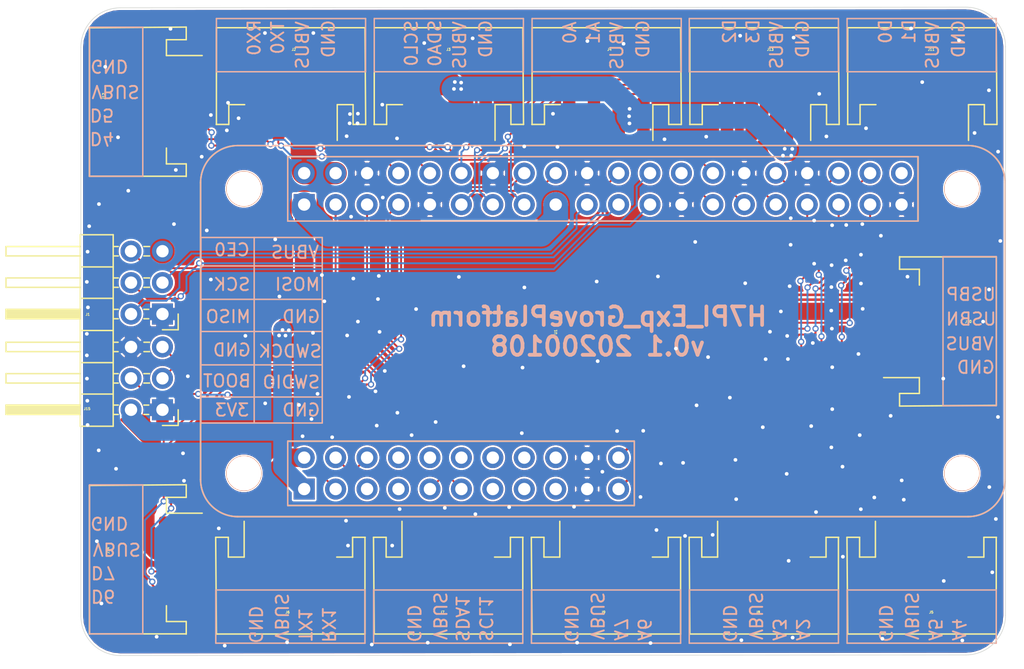
<source format=kicad_pcb>
(kicad_pcb (version 20171130) (host pcbnew "(5.1.4)-1")
  (title_block (title H7PI_Exp_GrovePlatform) (date 2020-01-08) (rev v0.1) (company "Pino D&M") (comment 1 fuhua.chen) (comment 2 fuhua.chen))
  (layers (0 F.Cu signal) (31 B.Cu signal) (34 B.Paste user hide) (35 F.Paste user hide) (36 B.SilkS user) (37 F.SilkS user) (38 B.Mask user hide) (39 F.Mask user hide) (44 Edge.Cuts user))
  (net 0 "")
  (net 1 /GND)
  (net 2 /3V3)
  (net 3 /VBUS)
  (net 4 /SWDIO)
  (net 5 /SWDCLK)
  (net 6 /RX0)
  (net 7 /TX0)
  (net 8 /SDA0)
  (net 9 /SCL0)
  (net 10 /A1)
  (net 11 /A0)
  (net 12 /A4)
  (net 13 /A5)
  (net 14 /TX1)
  (net 15 /RX1)
  (net 16 /SCL1)
  (net 17 /SDA1)
  (net 18 /A2)
  (net 19 /A3)
  (net 20 /A7)
  (net 21 /A6)
  (net 22 /USBP)
  (net 23 /USBN)
  (net 24 /D0)
  (net 25 /D1)
  (net 26 /D5)
  (net 27 /D4)
  (net 28 /D2)
  (net 29 /D3)
  (net 30 /D7)
  (net 31 /D6)
  (net 32 /CE0)
  (net 33 /SCK)
  (net 34 /MISO)
  (net 35 /MOSI)
  (net 36 /BOOT)
  (module Module_H7PI_Exp_65x30mm (layer F.Cu) (at 157.300001 93.75 90)
    (fp_text reference U1 (at -0.07 -3.81 90) (layer F.SilkS) (effects (font (size 0.2 0.2) (thickness 0.05))))
    (fp_text value H7PI_Exp hide)
    (pad 60 thru_hole circle (at 12.77 24.13 90) (size 1.7 1.7) (drill 1) (layers *.Cu *.Mask))
    (pad 59 thru_hole circle (at 10.23 24.13 90) (size 1.7 1.7) (drill 1) (layers *.Cu *.Mask) (net 1 /GND))
    (pad 58 thru_hole circle (at 12.77 21.59 90) (size 1.7 1.7) (drill 1) (layers *.Cu *.Mask) (net 20 /A7))
    (pad 57 thru_hole circle (at 10.23 21.59 90) (size 1.7 1.7) (drill 1) (layers *.Cu *.Mask) (net 12 /A4))
    (pad 56 thru_hole circle (at 12.77 19.05 90) (size 1.7 1.7) (drill 1) (layers *.Cu *.Mask) (net 21 /A6))
    (pad 55 thru_hole circle (at 10.23 19.05 90) (size 1.7 1.7) (drill 1) (layers *.Cu *.Mask) (net 19 /A3))
    (pad 54 thru_hole circle (at 12.77 16.51 90) (size 1.7 1.7) (drill 1) (layers *.Cu *.Mask) (net 1 /GND))
    (pad 53 thru_hole circle (at 10.23 16.51 90) (size 1.7 1.7) (drill 1) (layers *.Cu *.Mask) (net 18 /A2))
    (pad 52 thru_hole circle (at 12.77 13.97 90) (size 1.7 1.7) (drill 1) (layers *.Cu *.Mask) (net 13 /A5))
    (pad 51 thru_hole circle (at 10.23 13.97 90) (size 1.7 1.7) (drill 1) (layers *.Cu *.Mask) (net 10 /A1))
    (pad 50 thru_hole circle (at 12.77 11.43 90) (size 1.7 1.7) (drill 1) (layers *.Cu *.Mask) (net 1 /GND))
    (pad 49 thru_hole circle (at 10.23 11.43 90) (size 1.7 1.7) (drill 1) (layers *.Cu *.Mask) (net 11 /A0))
    (pad 48 thru_hole circle (at 12.77 8.89 90) (size 1.7 1.7) (drill 1) (layers *.Cu *.Mask) (net 9 /SCL0))
    (pad 47 thru_hole circle (at 10.23 8.89 90) (size 1.7 1.7) (drill 1) (layers *.Cu *.Mask) (net 8 /SDA0))
    (pad 46 thru_hole circle (at 12.77 6.35 90) (size 1.7 1.7) (drill 1) (layers *.Cu *.Mask))
    (pad 45 thru_hole circle (at 10.23 6.35 90) (size 1.7 1.7) (drill 1) (layers *.Cu *.Mask) (net 1 /GND))
    (pad 44 thru_hole circle (at 12.77 3.81 90) (size 1.7 1.7) (drill 1) (layers *.Cu *.Mask) (net 32 /CE0))
    (pad 43 thru_hole circle (at 10.23 3.81 90) (size 1.7 1.7) (drill 1) (layers *.Cu *.Mask) (net 33 /SCK))
    (pad 42 thru_hole circle (at 12.77 1.27 90) (size 1.7 1.7) (drill 1) (layers *.Cu *.Mask) (net 31 /D6))
    (pad 41 thru_hole circle (at 10.23 1.27 90) (size 1.7 1.7) (drill 1) (layers *.Cu *.Mask) (net 34 /MISO))
    (pad 40 thru_hole circle (at 12.77 -1.27 90) (size 1.7 1.7) (drill 1) (layers *.Cu *.Mask) (net 1 /GND))
    (pad 39 thru_hole circle (at 10.23 -1.27 90) (size 1.7 1.7) (drill 1) (layers *.Cu *.Mask) (net 35 /MOSI))
    (pad 38 thru_hole circle (at 12.77 -3.81 90) (size 1.7 1.7) (drill 1) (layers *.Cu *.Mask) (net 26 /D5))
    (pad 36 thru_hole circle (at 12.77 -6.35 90) (size 1.7 1.7) (drill 1) (layers *.Cu *.Mask) (net 27 /D4))
    (pad 37 thru_hole circle (at 10.23 -3.81 90) (size 1.7 1.7) (drill 1) (layers *.Cu *.Mask) (net 2 /3V3))
    (pad 35 thru_hole circle (at 10.23 -6.35 90) (size 1.7 1.7) (drill 1) (layers *.Cu *.Mask) (net 29 /D3))
    (pad 34 thru_hole circle (at 12.77 -8.89 90) (size 1.7 1.7) (drill 1) (layers *.Cu *.Mask) (net 1 /GND))
    (pad 33 thru_hole circle (at 10.23 -8.89 90) (size 1.7 1.7) (drill 1) (layers *.Cu *.Mask) (net 28 /D2))
    (pad 32 thru_hole circle (at 12.77 -11.43 90) (size 1.7 1.7) (drill 1) (layers *.Cu *.Mask) (net 25 /D1))
    (pad 31 thru_hole circle (at 10.23 -11.43 90) (size 1.7 1.7) (drill 1) (layers *.Cu *.Mask) (net 24 /D0))
    (pad 30 thru_hole circle (at 12.77 -13.97 90) (size 1.7 1.7) (drill 1) (layers *.Cu *.Mask) (net 6 /RX0))
    (pad 29 thru_hole circle (at 10.23 -13.97 90) (size 1.7 1.7) (drill 1) (layers *.Cu *.Mask) (net 1 /GND))
    (pad 28 thru_hole circle (at 12.77 -16.51 90) (size 1.7 1.7) (drill 1) (layers *.Cu *.Mask) (net 7 /TX0))
    (pad 27 thru_hole circle (at 10.23 -16.51 90) (size 1.7 1.7) (drill 1) (layers *.Cu *.Mask) (net 30 /D7))
    (pad 26 thru_hole circle (at 12.77 -19.05 90) (size 1.7 1.7) (drill 1) (layers *.Cu *.Mask) (net 1 /GND))
    (pad 25 thru_hole circle (at 10.23 -19.05 90) (size 1.7 1.7) (drill 1) (layers *.Cu *.Mask) (net 16 /SCL1))
    (pad 24 thru_hole circle (at 12.77 -21.59 90) (size 1.7 1.7) (drill 1) (layers *.Cu *.Mask) (net 3 /VBUS))
    (pad 23 thru_hole circle (at 10.23 -21.59 90) (size 1.7 1.7) (drill 1) (layers *.Cu *.Mask) (net 17 /SDA1))
    (pad 22 thru_hole circle (at 12.77 -24.13 90) (size 1.7 1.7) (drill 1) (layers *.Cu *.Mask) (net 3 /VBUS))
    (pad 21 thru_hole rect (at 10.23 -24.13 90) (size 1.7 1.7) (drill 1) (layers *.Cu *.Mask) (net 2 /3V3))
    (pad 20 thru_hole circle (at -10.23 -1.27 90) (size 1.7 1.7) (drill 1) (layers *.Cu *.Mask) (net 1 /GND))
    (pad 19 thru_hole circle (at -12.77 -1.27 90) (size 1.7 1.7) (drill 1) (layers *.Cu *.Mask) (net 1 /GND))
    (pad 18 thru_hole circle (at -10.23 -3.81 90) (size 1.7 1.7) (drill 1) (layers *.Cu *.Mask))
    (pad 17 thru_hole circle (at -12.77 -3.81 90) (size 1.7 1.7) (drill 1) (layers *.Cu *.Mask))
    (pad 16 thru_hole circle (at -10.23 -6.35 90) (size 1.7 1.7) (drill 1) (layers *.Cu *.Mask))
    (pad 15 thru_hole circle (at -12.77 -6.35 90) (size 1.7 1.7) (drill 1) (layers *.Cu *.Mask))
    (pad 14 thru_hole circle (at -10.23 -8.89 90) (size 1.7 1.7) (drill 1) (layers *.Cu *.Mask))
    (pad 13 thru_hole circle (at -12.77 -8.89 90) (size 1.7 1.7) (drill 1) (layers *.Cu *.Mask))
    (pad 12 thru_hole circle (at -10.23 -11.43 90) (size 1.7 1.7) (drill 1) (layers *.Cu *.Mask))
    (pad 11 thru_hole circle (at -12.77 -11.43 90) (size 1.7 1.7) (drill 1) (layers *.Cu *.Mask) (net 5 /SWDCLK))
    (pad 10 thru_hole circle (at -10.23 -13.97 90) (size 1.7 1.7) (drill 1) (layers *.Cu *.Mask))
    (pad 9 thru_hole circle (at -12.77 -13.97 90) (size 1.7 1.7) (drill 1) (layers *.Cu *.Mask) (net 4 /SWDIO))
    (pad 8 thru_hole circle (at -10.23 -16.51 90) (size 1.7 1.7) (drill 1) (layers *.Cu *.Mask))
    (pad 7 thru_hole circle (at -12.77 -16.51 90) (size 1.7 1.7) (drill 1) (layers *.Cu *.Mask))
    (pad 6 thru_hole circle (at -10.23 -19.05 90) (size 1.7 1.7) (drill 1) (layers *.Cu *.Mask) (net 15 /RX1))
    (pad 5 thru_hole circle (at -12.77 -19.05 90) (size 1.7 1.7) (drill 1) (layers *.Cu *.Mask))
    (pad 4 thru_hole circle (at -10.23 -21.59 90) (size 1.7 1.7) (drill 1) (layers *.Cu *.Mask) (net 14 /TX1))
    (pad 3 thru_hole circle (at -12.77 -21.59 90) (size 1.7 1.7) (drill 1) (layers *.Cu *.Mask) (net 36 /BOOT))
    (pad 2 thru_hole circle (at -10.23 -24.13 90) (size 1.7 1.7) (drill 1) (layers *.Cu *.Mask) (net 3 /VBUS))
    (pad 1 thru_hole rect (at -12.77 -24.13 90) (size 1.7 1.7) (drill 1) (layers *.Cu *.Mask) (net 2 /3V3))
    (pad "" np_thru_hole circle (at -11.5 -29 90) (size 2.75 2.75) (drill 2.75) (layers *.Cu *.Mask))
    (pad "" np_thru_hole circle (at 11.5 -29 90) (size 2.75 2.75) (drill 2.75) (layers *.Cu *.Mask))
    (pad "" np_thru_hole circle (at 11.5 29 90) (size 2.75 2.75) (drill 2.75) (layers *.Cu *.Mask))
    (pad "" np_thru_hole circle (at -11.5 29 90) (size 2.75 2.75) (drill 2.75) (layers *.Cu *.Mask))
    (pad USBP thru_hole circle (at -10.23 1.27 90) (size 1.7 1.7) (drill 1) (layers *.Cu *.Mask) (net 22 /USBP))
    (pad USBN thru_hole circle (at -12.77 1.27 90) (size 1.7 1.7) (drill 1) (layers *.Cu *.Mask) (net 23 /USBN))
  )
  (module Connector_CJT_A2001WR-S-4P_1x04-1MP_P2.00mm_Horizontal (layer F.Cu) (at 132.08 73.73 180)
    (fp_text reference J2 (at -0.25 2.75) (layer F.SilkS) (effects (font (size 0.2 0.2) (thickness 0.05))))
    (fp_text value A2001WR-S-4P)
    (pad 1 smd roundrect (at -3 -2.85 180) (size 1 3.5) (layers F.Cu F.Paste F.Mask) (net 1 /GND))
    (pad 2 smd roundrect (at -1 -2.85 180) (size 1 3.5) (layers F.Cu F.Paste F.Mask) (net 3 /VBUS))
    (pad MP smd roundrect (at -5.35 2.9 180) (size 1.5 3.4) (layers F.Cu F.Paste F.Mask) (roundrect_rratio 0.166667) (net 1 /GND))
    (pad MP smd roundrect (at 5.35 2.9 180) (size 1.5 3.4) (layers F.Cu F.Paste F.Mask) (roundrect_rratio 0.166667) (net 1 /GND))
    (pad 3 smd roundrect (at 1 -2.85 180) (size 1 3.5) (layers F.Cu F.Paste F.Mask) (net 7 /TX0))
    (pad 4 smd roundrect (at 3 -2.85 180) (size 1 3.5) (layers F.Cu F.Paste F.Mask) (net 6 /RX0))
  )
  (module Connector_CJT_A2001WR-S-4P_1x04-1MP_P2.00mm_Horizontal (layer F.Cu) (at 144.83 73.73 180)
    (fp_text reference J3 (at 0 2.75) (layer F.SilkS) (effects (font (size 0.2 0.2) (thickness 0.05))))
    (fp_text value A2001WR-S-4P)
    (pad 4 smd roundrect (at 3 -2.85 180) (size 1 3.5) (layers F.Cu F.Paste F.Mask) (net 9 /SCL0))
    (pad 3 smd roundrect (at 1 -2.85 180) (size 1 3.5) (layers F.Cu F.Paste F.Mask) (net 8 /SDA0))
    (pad MP smd roundrect (at 5.35 2.9 180) (size 1.5 3.4) (layers F.Cu F.Paste F.Mask) (roundrect_rratio 0.166667) (net 1 /GND))
    (pad MP smd roundrect (at -5.35 2.9 180) (size 1.5 3.4) (layers F.Cu F.Paste F.Mask) (roundrect_rratio 0.166667) (net 1 /GND))
    (pad 2 smd roundrect (at -1 -2.85 180) (size 1 3.5) (layers F.Cu F.Paste F.Mask) (net 3 /VBUS))
    (pad 1 smd roundrect (at -3 -2.85 180) (size 1 3.5) (layers F.Cu F.Paste F.Mask) (net 1 /GND))
  )
  (module Connector_CJT_A2001WR-S-4P_1x04-1MP_P2.00mm_Horizontal (layer F.Cu) (at 157.58 73.73 180)
    (fp_text reference J4 (at -0.25 2.75) (layer F.SilkS) (effects (font (size 0.2 0.2) (thickness 0.05))))
    (fp_text value A2001WR-S-4P)
    (pad 1 smd roundrect (at -3 -2.85 180) (size 1 3.5) (layers F.Cu F.Paste F.Mask) (net 1 /GND))
    (pad 2 smd roundrect (at -1 -2.85 180) (size 1 3.5) (layers F.Cu F.Paste F.Mask) (net 3 /VBUS))
    (pad MP smd roundrect (at -5.35 2.9 180) (size 1.5 3.4) (layers F.Cu F.Paste F.Mask) (roundrect_rratio 0.166667) (net 1 /GND))
    (pad MP smd roundrect (at 5.35 2.9 180) (size 1.5 3.4) (layers F.Cu F.Paste F.Mask) (roundrect_rratio 0.166667) (net 1 /GND))
    (pad 3 smd roundrect (at 1 -2.85 180) (size 1 3.5) (layers F.Cu F.Paste F.Mask) (net 10 /A1))
    (pad 4 smd roundrect (at 3 -2.85 180) (size 1 3.5) (layers F.Cu F.Paste F.Mask) (net 11 /A0))
  )
  (module Connector_CJT_A2001WR-S-4P_1x04-1MP_P2.00mm_Horizontal (layer F.Cu) (at 183.08 113.73)
    (fp_text reference J5 (at 0.75 2.75) (layer F.SilkS) (effects (font (size 0.2 0.2) (thickness 0.05))))
    (fp_text value A2001WR-S-4P)
    (pad 1 smd roundrect (at -3 -2.85) (size 1 3.5) (layers F.Cu F.Paste F.Mask) (net 1 /GND))
    (pad 2 smd roundrect (at -1 -2.85) (size 1 3.5) (layers F.Cu F.Paste F.Mask) (net 3 /VBUS))
    (pad MP smd roundrect (at -5.35 2.9) (size 1.5 3.4) (layers F.Cu F.Paste F.Mask) (roundrect_rratio 0.166667) (net 1 /GND))
    (pad MP smd roundrect (at 5.35 2.9) (size 1.5 3.4) (layers F.Cu F.Paste F.Mask) (roundrect_rratio 0.166667) (net 1 /GND))
    (pad 3 smd roundrect (at 1 -2.85) (size 1 3.5) (layers F.Cu F.Paste F.Mask) (net 13 /A5))
    (pad 4 smd roundrect (at 3 -2.85) (size 1 3.5) (layers F.Cu F.Paste F.Mask) (net 12 /A4))
  )
  (module Connector_CJT_A2001WR-S-4P_1x04-1MP_P2.00mm_Horizontal (layer F.Cu) (at 132.08 113.73)
    (fp_text reference J6 (at -0.25 2.75) (layer F.SilkS) (effects (font (size 0.2 0.2) (thickness 0.05))))
    (fp_text value A2001WR-S-4P)
    (pad 4 smd roundrect (at 3 -2.85) (size 1 3.5) (layers F.Cu F.Paste F.Mask) (net 15 /RX1))
    (pad 3 smd roundrect (at 1 -2.85) (size 1 3.5) (layers F.Cu F.Paste F.Mask) (net 14 /TX1))
    (pad MP smd roundrect (at 5.35 2.9) (size 1.5 3.4) (layers F.Cu F.Paste F.Mask) (roundrect_rratio 0.166667) (net 1 /GND))
    (pad MP smd roundrect (at -5.35 2.9) (size 1.5 3.4) (layers F.Cu F.Paste F.Mask) (roundrect_rratio 0.166667) (net 1 /GND))
    (pad 2 smd roundrect (at -1 -2.85) (size 1 3.5) (layers F.Cu F.Paste F.Mask) (net 3 /VBUS))
    (pad 1 smd roundrect (at -3 -2.85) (size 1 3.5) (layers F.Cu F.Paste F.Mask) (net 1 /GND))
  )
  (module Connector_CJT_A2001WR-S-4P_1x04-1MP_P2.00mm_Horizontal (layer F.Cu) (at 144.83 113.73)
    (fp_text reference J7 (at -0.5 2.75) (layer F.SilkS) (effects (font (size 0.2 0.2) (thickness 0.05))))
    (fp_text value A2001WR-S-4P)
    (pad 4 smd roundrect (at 3 -2.85) (size 1 3.5) (layers F.Cu F.Paste F.Mask) (net 16 /SCL1))
    (pad 3 smd roundrect (at 1 -2.85) (size 1 3.5) (layers F.Cu F.Paste F.Mask) (net 17 /SDA1))
    (pad MP smd roundrect (at 5.35 2.9) (size 1.5 3.4) (layers F.Cu F.Paste F.Mask) (roundrect_rratio 0.166667) (net 1 /GND))
    (pad MP smd roundrect (at -5.35 2.9) (size 1.5 3.4) (layers F.Cu F.Paste F.Mask) (roundrect_rratio 0.166667) (net 1 /GND))
    (pad 2 smd roundrect (at -1 -2.85) (size 1 3.5) (layers F.Cu F.Paste F.Mask) (net 3 /VBUS))
    (pad 1 smd roundrect (at -3 -2.85) (size 1 3.5) (layers F.Cu F.Paste F.Mask) (net 1 /GND))
  )
  (module Connector_CJT_A2001WR-S-4P_1x04-1MP_P2.00mm_Horizontal (layer F.Cu) (at 170.33 113.73)
    (fp_text reference J8 (at -0.5 2.75) (layer F.SilkS) (effects (font (size 0.2 0.2) (thickness 0.05))))
    (fp_text value A2001WR-S-4P)
    (pad 1 smd roundrect (at -3 -2.85) (size 1 3.5) (layers F.Cu F.Paste F.Mask) (net 1 /GND))
    (pad 2 smd roundrect (at -1 -2.85) (size 1 3.5) (layers F.Cu F.Paste F.Mask) (net 3 /VBUS))
    (pad MP smd roundrect (at -5.35 2.9) (size 1.5 3.4) (layers F.Cu F.Paste F.Mask) (roundrect_rratio 0.166667) (net 1 /GND))
    (pad MP smd roundrect (at 5.35 2.9) (size 1.5 3.4) (layers F.Cu F.Paste F.Mask) (roundrect_rratio 0.166667) (net 1 /GND))
    (pad 3 smd roundrect (at 1 -2.85) (size 1 3.5) (layers F.Cu F.Paste F.Mask) (net 19 /A3))
    (pad 4 smd roundrect (at 3 -2.85) (size 1 3.5) (layers F.Cu F.Paste F.Mask) (net 18 /A2))
  )
  (module Connector_CJT_A2001WR-S-4P_1x04-1MP_P2.00mm_Horizontal (layer F.Cu) (at 157.58 113.73)
    (fp_text reference J9 (at -0.25 2.75) (layer F.SilkS) (effects (font (size 0.2 0.2) (thickness 0.05))))
    (fp_text value A2001WR-S-4P)
    (pad 4 smd roundrect (at 3 -2.85) (size 1 3.5) (layers F.Cu F.Paste F.Mask) (net 21 /A6))
    (pad 3 smd roundrect (at 1 -2.85) (size 1 3.5) (layers F.Cu F.Paste F.Mask) (net 20 /A7))
    (pad MP smd roundrect (at 5.35 2.9) (size 1.5 3.4) (layers F.Cu F.Paste F.Mask) (roundrect_rratio 0.166667) (net 1 /GND))
    (pad MP smd roundrect (at -5.35 2.9) (size 1.5 3.4) (layers F.Cu F.Paste F.Mask) (roundrect_rratio 0.166667) (net 1 /GND))
    (pad 2 smd roundrect (at -1 -2.85) (size 1 3.5) (layers F.Cu F.Paste F.Mask) (net 3 /VBUS))
    (pad 1 smd roundrect (at -3 -2.85) (size 1 3.5) (layers F.Cu F.Paste F.Mask) (net 1 /GND))
  )
  (module Connector_CJT_A2001WR-S-4P_1x04-1MP_P2.00mm_Horizontal (layer F.Cu) (at 184.58 93.75 90)
    (fp_text reference J10 (at 0.77 2.25 180) (layer F.SilkS) (effects (font (size 0.2 0.2) (thickness 0.05))))
    (fp_text value A2001WR-S-4P)
    (pad 4 smd roundrect (at 3 -2.85 90) (size 1 3.5) (layers F.Cu F.Paste F.Mask) (net 22 /USBP))
    (pad 3 smd roundrect (at 1 -2.85 90) (size 1 3.5) (layers F.Cu F.Paste F.Mask) (net 23 /USBN))
    (pad MP smd roundrect (at 5.35 2.9 90) (size 1.5 3.4) (layers F.Cu F.Paste F.Mask) (roundrect_rratio 0.166667) (net 1 /GND))
    (pad MP smd roundrect (at -5.35 2.9 90) (size 1.5 3.4) (layers F.Cu F.Paste F.Mask) (roundrect_rratio 0.166667) (net 1 /GND))
    (pad 2 smd roundrect (at -1 -2.85 90) (size 1 3.5) (layers F.Cu F.Paste F.Mask) (net 3 /VBUS))
    (pad 1 smd roundrect (at -3 -2.85 90) (size 1 3.5) (layers F.Cu F.Paste F.Mask) (net 1 /GND))
  )
  (module Connector_CJT_A2001WR-S-4P_1x04-1MP_P2.00mm_Horizontal (layer F.Cu) (at 183.08 73.73 180)
    (fp_text reference J11 (at -0.75 2.75) (layer F.SilkS) (effects (font (size 0.2 0.2) (thickness 0.05))))
    (fp_text value A2001WR-S-4P)
    (pad 1 smd roundrect (at -3 -2.85 180) (size 1 3.5) (layers F.Cu F.Paste F.Mask) (net 1 /GND))
    (pad 2 smd roundrect (at -1 -2.85 180) (size 1 3.5) (layers F.Cu F.Paste F.Mask) (net 3 /VBUS))
    (pad MP smd roundrect (at -5.35 2.9 180) (size 1.5 3.4) (layers F.Cu F.Paste F.Mask) (roundrect_rratio 0.166667) (net 1 /GND))
    (pad MP smd roundrect (at 5.35 2.9 180) (size 1.5 3.4) (layers F.Cu F.Paste F.Mask) (roundrect_rratio 0.166667) (net 1 /GND))
    (pad 3 smd roundrect (at 1 -2.85 180) (size 1 3.5) (layers F.Cu F.Paste F.Mask) (net 25 /D1))
    (pad 4 smd roundrect (at 3 -2.85 180) (size 1 3.5) (layers F.Cu F.Paste F.Mask) (net 24 /D0))
  )
  (module Connector_CJT_A2001WR-S-4P_1x04-1MP_P2.00mm_Horizontal (layer F.Cu) (at 120.33 75.23 270)
    (fp_text reference J12 (at -0.47 3.35 270) (layer F.SilkS) (effects (font (size 0.2 0.2) (thickness 0.05))))
    (fp_text value A2001WR-S-4P)
    (pad 4 smd roundrect (at 3 -2.85 270) (size 1 3.5) (layers F.Cu F.Paste F.Mask) (net 27 /D4))
    (pad 3 smd roundrect (at 1 -2.85 270) (size 1 3.5) (layers F.Cu F.Paste F.Mask) (net 26 /D5))
    (pad MP smd roundrect (at 5.35 2.9 270) (size 1.5 3.4) (layers F.Cu F.Paste F.Mask) (roundrect_rratio 0.166667) (net 1 /GND))
    (pad MP smd roundrect (at -5.35 2.9 270) (size 1.5 3.4) (layers F.Cu F.Paste F.Mask) (roundrect_rratio 0.166667) (net 1 /GND))
    (pad 2 smd roundrect (at -1 -2.85 270) (size 1 3.5) (layers F.Cu F.Paste F.Mask) (net 3 /VBUS))
    (pad 1 smd roundrect (at -3 -2.85 270) (size 1 3.5) (layers F.Cu F.Paste F.Mask) (net 1 /GND))
  )
  (module Connector_CJT_A2001WR-S-4P_1x04-1MP_P2.00mm_Horizontal (layer F.Cu) (at 170.33 73.73 180)
    (fp_text reference J13 (at -0.5 2.75) (layer F.SilkS) (effects (font (size 0.2 0.2) (thickness 0.05))))
    (fp_text value A2001WR-S-4P)
    (pad 4 smd roundrect (at 3 -2.85 180) (size 1 3.5) (layers F.Cu F.Paste F.Mask) (net 28 /D2))
    (pad 3 smd roundrect (at 1 -2.85 180) (size 1 3.5) (layers F.Cu F.Paste F.Mask) (net 29 /D3))
    (pad MP smd roundrect (at 5.35 2.9 180) (size 1.5 3.4) (layers F.Cu F.Paste F.Mask) (roundrect_rratio 0.166667) (net 1 /GND))
    (pad MP smd roundrect (at -5.35 2.9 180) (size 1.5 3.4) (layers F.Cu F.Paste F.Mask) (roundrect_rratio 0.166667) (net 1 /GND))
    (pad 2 smd roundrect (at -1 -2.85 180) (size 1 3.5) (layers F.Cu F.Paste F.Mask) (net 3 /VBUS))
    (pad 1 smd roundrect (at -3 -2.85 180) (size 1 3.5) (layers F.Cu F.Paste F.Mask) (net 1 /GND))
  )
  (module Connector_CJT_A2001WR-S-4P_1x04-1MP_P2.00mm_Horizontal (layer F.Cu) (at 120.33 112.23 270)
    (fp_text reference J14 (at -0.75 3 270) (layer F.SilkS) (effects (font (size 0.2 0.2) (thickness 0.05))))
    (fp_text value A2001WR-S-4P)
    (pad 1 smd roundrect (at -3 -2.85 270) (size 1 3.5) (layers F.Cu F.Paste F.Mask) (net 1 /GND))
    (pad 2 smd roundrect (at -1 -2.85 270) (size 1 3.5) (layers F.Cu F.Paste F.Mask) (net 3 /VBUS))
    (pad MP smd roundrect (at -5.35 2.9 270) (size 1.5 3.4) (layers F.Cu F.Paste F.Mask) (roundrect_rratio 0.166667) (net 1 /GND))
    (pad MP smd roundrect (at 5.35 2.9 270) (size 1.5 3.4) (layers F.Cu F.Paste F.Mask) (roundrect_rratio 0.166667) (net 1 /GND))
    (pad 3 smd roundrect (at 1 -2.85 270) (size 1 3.5) (layers F.Cu F.Paste F.Mask) (net 30 /D7))
    (pad 4 smd roundrect (at 3 -2.85 270) (size 1 3.5) (layers F.Cu F.Paste F.Mask) (net 31 /D6))
  )
  (module Connector_PinHeader_2.54mm:PinHeader_2x03_P2.54mm_Horizontal (layer F.Cu) (at 121.72 92.37 180)
    (fp_text reference J1 (at 6.04 -0.03 180) (layer F.SilkS) (effects (font (size 0.2 0.2) (thickness 0.05))))
    (fp_text value Header_2x3)
    (pad 6 thru_hole oval (at 2.54 5.08 180) (size 1.7 1.7) (drill 1) (layers *.Cu *.Mask) (net 32 /CE0))
    (pad 5 thru_hole oval (at 0 5.08 180) (size 1.7 1.7) (drill 1) (layers *.Cu *.Mask) (net 3 /VBUS))
    (pad 4 thru_hole oval (at 2.54 2.54 180) (size 1.7 1.7) (drill 1) (layers *.Cu *.Mask) (net 33 /SCK))
    (pad 3 thru_hole oval (at 0 2.54 180) (size 1.7 1.7) (drill 1) (layers *.Cu *.Mask) (net 35 /MOSI))
    (pad 2 thru_hole oval (at 2.54 0 180) (size 1.7 1.7) (drill 1) (layers *.Cu *.Mask) (net 34 /MISO))
    (pad 1 thru_hole rect (at 0 0 180) (size 1.7 1.7) (drill 1) (layers *.Cu *.Mask) (net 1 /GND))
  )
  (module Connector_PinHeader_2.54mm:PinHeader_2x03_P2.54mm_Horizontal (layer F.Cu) (at 121.72 100.11 180)
    (fp_text reference J15 (at 6.09 0.08) (layer F.SilkS) (effects (font (size 0.2 0.2) (thickness 0.05))))
    (fp_text value Header_2x3)
    (pad 1 thru_hole rect (at 0 0 180) (size 1.7 1.7) (drill 1) (layers *.Cu *.Mask) (net 1 /GND))
    (pad 2 thru_hole oval (at 2.54 0 180) (size 1.7 1.7) (drill 1) (layers *.Cu *.Mask) (net 2 /3V3))
    (pad 3 thru_hole oval (at 0 2.54 180) (size 1.7 1.7) (drill 1) (layers *.Cu *.Mask) (net 4 /SWDIO))
    (pad 4 thru_hole oval (at 2.54 2.54 180) (size 1.7 1.7) (drill 1) (layers *.Cu *.Mask) (net 36 /BOOT))
    (pad 5 thru_hole oval (at 0 5.08 180) (size 1.7 1.7) (drill 1) (layers *.Cu *.Mask) (net 5 /SWDCLK))
    (pad 6 thru_hole oval (at 2.54 5.08 180) (size 1.7 1.7) (drill 1) (layers *.Cu *.Mask) (net 1 /GND))
  )
  (gr_text CE0 (at 127.33 87.18) (layer B.SilkS) (effects (font (size 1 1)) (justify mirror)))
  (gr_line (start 184.78 87.73) (end 184.78 99.78) (layer B.SilkS) (width 0.12))
  (gr_line (start 189.08 87.73) (end 184.78 87.73) (layer B.SilkS) (width 0.12))
  (gr_line (start 189.08 99.78) (end 189.08 87.73) (layer B.SilkS) (width 0.12))
  (gr_line (start 184.78 99.78) (end 189.08 99.78) (layer B.SilkS) (width 0.12))
  (gr_line (start 177.03 68.48) (end 177.03 72.78) (layer B.SilkS) (width 0.12))
  (gr_line (start 177.03 72.78) (end 189.08 72.78) (layer B.SilkS) (width 0.12))
  (gr_line (start 189.08 68.48) (end 177.03 68.48) (layer B.SilkS) (width 0.12))
  (gr_line (start 189.08 72.78) (end 189.08 68.48) (layer B.SilkS) (width 0.12))
  (gr_line (start 176.33 72.78) (end 176.33 68.48) (layer B.SilkS) (width 0.12))
  (gr_line (start 164.28 68.48) (end 164.28 72.78) (layer B.SilkS) (width 0.12))
  (gr_line (start 164.28 72.78) (end 176.33 72.78) (layer B.SilkS) (width 0.12))
  (gr_line (start 176.33 68.48) (end 164.28 68.48) (layer B.SilkS) (width 0.12))
  (gr_line (start 151.58 68.48) (end 151.58 72.78) (layer B.SilkS) (width 0.12))
  (gr_line (start 163.63 72.78) (end 163.63 68.48) (layer B.SilkS) (width 0.12))
  (gr_line (start 163.63 68.48) (end 151.58 68.48) (layer B.SilkS) (width 0.12))
  (gr_line (start 151.58 72.78) (end 163.63 72.78) (layer B.SilkS) (width 0.12))
  (gr_line (start 138.83 72.78) (end 150.88 72.78) (layer B.SilkS) (width 0.12))
  (gr_line (start 150.88 72.78) (end 150.88 68.48) (layer B.SilkS) (width 0.12))
  (gr_line (start 138.83 68.48) (end 138.83 72.78) (layer B.SilkS) (width 0.12))
  (gr_line (start 150.88 68.48) (end 138.83 68.48) (layer B.SilkS) (width 0.12))
  (gr_line (start 126.08 72.78) (end 138.13 72.78) (layer B.SilkS) (width 0.12))
  (gr_line (start 138.13 68.48) (end 126.08 68.48) (layer B.SilkS) (width 0.12))
  (gr_line (start 126.08 68.48) (end 126.08 72.78) (layer B.SilkS) (width 0.12))
  (gr_line (start 138.13 72.78) (end 138.13 68.48) (layer B.SilkS) (width 0.12))
  (gr_line (start 115.83 81.23) (end 120.13 81.23) (layer B.SilkS) (width 0.12))
  (gr_line (start 115.83 69.18) (end 115.83 81.23) (layer B.SilkS) (width 0.12))
  (gr_line (start 120.13 81.23) (end 120.13 69.18) (layer B.SilkS) (width 0.12))
  (gr_line (start 120.13 69.18) (end 115.83 69.18) (layer B.SilkS) (width 0.12))
  (gr_line (start 120.13 118.23) (end 120.13 106.18) (layer B.SilkS) (width 0.12))
  (gr_line (start 115.83 118.23) (end 120.13 118.23) (layer B.SilkS) (width 0.12))
  (gr_line (start 115.83 106.18) (end 115.83 118.23) (layer B.SilkS) (width 0.12))
  (gr_line (start 120.13 106.18) (end 115.83 106.18) (layer B.SilkS) (width 0.12))
  (gr_line (start 138.08 114.68) (end 126.03 114.68) (layer B.SilkS) (width 0.12))
  (gr_line (start 138.08 118.98) (end 138.08 114.68) (layer B.SilkS) (width 0.12))
  (gr_line (start 126.03 118.98) (end 138.08 118.98) (layer B.SilkS) (width 0.12))
  (gr_line (start 126.03 114.68) (end 126.03 118.98) (layer B.SilkS) (width 0.12))
  (gr_line (start 150.83 114.68) (end 138.78 114.68) (layer B.SilkS) (width 0.12))
  (gr_line (start 150.83 118.98) (end 150.83 114.68) (layer B.SilkS) (width 0.12))
  (gr_line (start 138.78 118.98) (end 150.83 118.98) (layer B.SilkS) (width 0.12))
  (gr_line (start 138.78 114.68) (end 138.78 118.98) (layer B.SilkS) (width 0.12))
  (gr_line (start 163.58 114.68) (end 151.53 114.68) (layer B.SilkS) (width 0.12))
  (gr_line (start 163.58 118.98) (end 163.58 114.68) (layer B.SilkS) (width 0.12))
  (gr_line (start 151.53 118.98) (end 163.58 118.98) (layer B.SilkS) (width 0.12))
  (gr_line (start 151.53 114.68) (end 151.53 118.98) (layer B.SilkS) (width 0.12))
  (gr_line (start 176.33 114.68) (end 164.28 114.68) (layer B.SilkS) (width 0.12))
  (gr_line (start 176.33 118.98) (end 176.33 114.68) (layer B.SilkS) (width 0.12))
  (gr_line (start 164.28 118.98) (end 176.33 118.98) (layer B.SilkS) (width 0.12))
  (gr_line (start 164.28 114.68) (end 164.28 118.98) (layer B.SilkS) (width 0.12))
  (gr_line (start 177.03 114.68) (end 177.03 118.98) (layer B.SilkS) (width 0.12))
  (gr_line (start 189.08 114.68) (end 177.03 114.68) (layer B.SilkS) (width 0.12))
  (gr_line (start 189.08 118.98) (end 189.08 114.68) (layer B.SilkS) (width 0.12))
  (gr_line (start 177.03 118.98) (end 189.08 118.98) (layer B.SilkS) (width 0.12))
  (gr_text USBN (at 184.93 92.78) (layer B.SilkS) (effects (font (size 1 1)) (justify right mirror)))
  (gr_text VBUS (at 186.93 94.78) (layer B.SilkS) (effects (font (size 1 1)) (justify mirror)))
  (gr_text USBP (at 187.03 90.78) (layer B.SilkS) (effects (font (size 1 1)) (justify mirror)))
  (gr_text GND (at 187.43 96.68) (layer B.SilkS) (effects (font (size 1 1)) (justify mirror)))
  (gr_text GND (at 180.13 117.38 270) (layer B.SilkS) (effects (font (size 1 1)) (justify mirror)))
  (gr_text A5 (at 184.13 117.88 270) (layer B.SilkS) (effects (font (size 1 1)) (justify mirror)))
  (gr_text VBUS (at 182.23 116.78 270) (layer B.SilkS) (effects (font (size 1 1)) (justify mirror)))
  (gr_text A4 (at 186.03 117.88 270) (layer B.SilkS) (effects (font (size 1 1)) (justify mirror)))
  (gr_text A3 (at 171.53 117.88 270) (layer B.SilkS) (effects (font (size 1 1)) (justify mirror)))
  (gr_text GND (at 167.53 117.38 270) (layer B.SilkS) (effects (font (size 1 1)) (justify mirror)))
  (gr_text A2 (at 173.43 117.88 270) (layer B.SilkS) (effects (font (size 1 1)) (justify mirror)))
  (gr_text VBUS (at 169.63 116.78 270) (layer B.SilkS) (effects (font (size 1 1)) (justify mirror)))
  (gr_text A7 (at 158.73 117.88 270) (layer B.SilkS) (effects (font (size 1 1)) (justify mirror)))
  (gr_text GND (at 154.73 117.38 270) (layer B.SilkS) (effects (font (size 1 1)) (justify mirror)))
  (gr_text A6 (at 160.63 117.88 270) (layer B.SilkS) (effects (font (size 1 1)) (justify mirror)))
  (gr_text VBUS (at 156.83 116.78 270) (layer B.SilkS) (effects (font (size 1 1)) (justify mirror)))
  (gr_text SDA1 (at 145.93 116.98 270) (layer B.SilkS) (effects (font (size 1 1)) (justify mirror)))
  (gr_text GND (at 142.03 117.38 270) (layer B.SilkS) (effects (font (size 1 1)) (justify mirror)))
  (gr_text SCL1 (at 147.83 116.98 270) (layer B.SilkS) (effects (font (size 1 1)) (justify mirror)))
  (gr_text VBUS (at 144.13 116.78 270) (layer B.SilkS) (effects (font (size 1 1)) (justify mirror)))
  (gr_text TX1 (at 133.23 117.48 270) (layer B.SilkS) (effects (font (size 1 1)) (justify mirror)))
  (gr_text GND (at 129.23 117.48 270) (layer B.SilkS) (effects (font (size 1 1)) (justify mirror)))
  (gr_text RX1 (at 135.13 117.48 270) (layer B.SilkS) (effects (font (size 1 1)) (justify mirror)))
  (gr_text VBUS (at 131.33 116.88 270) (layer B.SilkS) (effects (font (size 1 1)) (justify mirror)))
  (gr_text GND (at 117.43 109.28 180) (layer B.SilkS) (effects (font (size 1 1)) (justify mirror)))
  (gr_text D7 (at 116.93 113.28 180) (layer B.SilkS) (effects (font (size 1 1)) (justify mirror)))
  (gr_text VBUS (at 118.03 111.38 180) (layer B.SilkS) (effects (font (size 1 1)) (justify mirror)))
  (gr_text D6 (at 116.93 115.18 180) (layer B.SilkS) (effects (font (size 1 1)) (justify mirror)))
  (gr_text VBUS (at 183.93 70.63 90) (layer B.SilkS) (effects (font (size 1 1)) (justify mirror)))
  (gr_text D0 (at 180.13 69.53 90) (layer B.SilkS) (effects (font (size 1 1)) (justify mirror)))
  (gr_text GND (at 186.03 70.13 90) (layer B.SilkS) (effects (font (size 1 1)) (justify mirror)))
  (gr_text D1 (at 182.03 69.53 90) (layer B.SilkS) (effects (font (size 1 1)) (justify mirror)))
  (gr_text GND (at 173.43 70.13 90) (layer B.SilkS) (effects (font (size 1 1)) (justify mirror)))
  (gr_text VBUS (at 171.33 70.63 90) (layer B.SilkS) (effects (font (size 1 1)) (justify mirror)))
  (gr_text D2 (at 167.53 69.53 90) (layer B.SilkS) (effects (font (size 1 1)) (justify mirror)))
  (gr_text D3 (at 169.43 69.53 90) (layer B.SilkS) (effects (font (size 1 1)) (justify mirror)))
  (gr_text A1 (at 156.53 69.63 90) (layer B.SilkS) (effects (font (size 1 1)) (justify mirror)))
  (gr_text A0 (at 154.63 69.63 90) (layer B.SilkS) (effects (font (size 1 1)) (justify mirror)))
  (gr_text GND (at 160.53 70.13 90) (layer B.SilkS) (effects (font (size 1 1)) (justify mirror)))
  (gr_text VBUS (at 158.43 70.68 90) (layer B.SilkS) (effects (font (size 1 1)) (justify mirror)))
  (gr_text SDA0 (at 143.73 70.48 90) (layer B.SilkS) (effects (font (size 1 1)) (justify mirror)))
  (gr_text VBUS (at 145.73 70.63 90) (layer B.SilkS) (effects (font (size 1 1)) (justify mirror)))
  (gr_text SCL0 (at 141.83 70.48 90) (layer B.SilkS) (effects (font (size 1 1)) (justify mirror)))
  (gr_text GND (at 147.83 70.13 90) (layer B.SilkS) (effects (font (size 1 1)) (justify mirror)))
  (gr_text TX0 (at 131.03 70.03 90) (layer B.SilkS) (effects (font (size 1 1)) (justify mirror)))
  (gr_text GND (at 135.13 70.13 90) (layer B.SilkS) (effects (font (size 1 1)) (justify mirror)))
  (gr_text VBUS (at 133.03 70.63 90) (layer B.SilkS) (effects (font (size 1 1)) (justify mirror)))
  (gr_text RX0 (at 129.13 70.03 90) (layer B.SilkS) (effects (font (size 1 1)) (justify mirror)))
  (gr_text GND (at 117.43 72.33 180) (layer B.SilkS) (effects (font (size 1 1)) (justify mirror)))
  (gr_text VBUS (at 117.93 74.38 180) (layer B.SilkS) (effects (font (size 1 1)) (justify mirror)))
  (gr_text D5 (at 116.83 76.28 180) (layer B.SilkS) (effects (font (size 1 1)) (justify mirror)))
  (gr_line (start 124.83 99.08) (end 134.63 99.08) (layer B.SilkS) (width 0.12))
  (gr_line (start 124.83 96.48) (end 134.63 96.48) (layer B.SilkS) (width 0.12))
  (gr_line (start 124.83 93.78) (end 134.63 93.78) (layer B.SilkS) (width 0.12))
  (gr_line (start 124.83 91.18) (end 134.63 91.18) (layer B.SilkS) (width 0.12))
  (gr_line (start 124.83 88.48) (end 134.63 88.48) (layer B.SilkS) (width 0.12))
  (gr_line (start 124.83 101.18) (end 129.13 101.18) (layer B.SilkS) (width 0.12))
  (gr_line (start 124.83 86.18) (end 124.83 101.18) (layer B.SilkS) (width 0.12))
  (gr_line (start 129.13 86.18) (end 124.83 86.18) (layer B.SilkS) (width 0.12))
  (gr_line (start 134.63 86.18) (end 129.13 86.18) (layer B.SilkS) (width 0.12))
  (gr_line (start 134.63 101.18) (end 134.63 86.18) (layer B.SilkS) (width 0.12))
  (gr_line (start 129.13 101.18) (end 134.63 101.18) (layer B.SilkS) (width 0.12))
  (gr_line (start 129.13 86.18) (end 129.13 101.18) (layer B.SilkS) (width 0.12))
  (gr_text MOSI (at 132.63 89.98) (layer B.SilkS) (effects (font (size 1 1)) (justify mirror)))
  (gr_text GND (at 132.93 92.58) (layer B.SilkS) (effects (font (size 1 1)) (justify mirror)))
  (gr_text SWDCK (at 132.03 95.38) (layer B.SilkS) (effects (font (size 1 1)) (justify mirror)))
  (gr_text "SWDIO\n" (at 132.13 97.88) (layer B.SilkS) (effects (font (size 1 1)) (justify mirror)))
  (gr_text "GND\n" (at 132.93 100.13) (layer B.SilkS) (effects (font (size 1 1)) (justify mirror)))
  (gr_text 3V3 (at 127.33 100.13) (layer B.SilkS) (effects (font (size 1 1)) (justify mirror)))
  (gr_text "BOOT\n" (at 126.93 97.78) (layer B.SilkS) (effects (font (size 1 1)) (justify mirror)))
  (gr_text GND (at 127.33 95.28) (layer B.SilkS) (effects (font (size 1 1)) (justify mirror)))
  (gr_text MISO (at 127.03 92.58) (layer B.SilkS) (effects (font (size 1 1)) (justify mirror)))
  (gr_text SCK (at 127.33 89.98) (layer B.SilkS) (effects (font (size 1 1)) (justify mirror)))
  (gr_text "VBUS\n" (at 132.43 87.38) (layer B.SilkS) (effects (font (size 1 1)) (justify mirror)))
  (gr_text D4 (at 116.83 78.18 180) (layer B.SilkS) (effects (font (size 1 1)) (justify mirror)))
  (gr_text "H7PI_Exp_GrovePlatform\nv0.1 20200108" (at 156.88 93.78) (layer B.SilkS) (effects (font (size 1.5 1.5) (thickness 0.3)) (justify mirror)))
  (gr_arc (start 118.33 116.78) (end 115.13 116.78) (angle -90) (layer Edge.Cuts) (width 0.05))
  (gr_line (start 118.33 119.98) (end 186.63 119.93) (layer Edge.Cuts) (width 0.05))
  (gr_arc (start 118.33 70.81) (end 118.33 67.61) (angle -90) (layer Edge.Cuts) (width 0.05))
  (gr_arc (start 186.63 70.76) (end 189.83 70.76) (angle -90) (layer Edge.Cuts) (width 0.05))
  (gr_arc (start 186.63 116.73) (end 186.63 119.93) (angle -90) (layer Edge.Cuts) (width 0.05))
  (gr_line (start 115.13 70.81) (end 115.13 116.78) (layer Edge.Cuts) (width 0.05))
  (gr_line (start 186.63 67.56) (end 118.33 67.61) (layer Edge.Cuts) (width 0.05))
  (gr_line (start 189.83 116.73) (end 189.83 70.76) (layer Edge.Cuts) (width 0.05))
  (via (at 187.33 77.73) (size 0.5) (drill 0.3) (layers F.Cu B.Cu) (net 1))
  (via (at 154.97 107.95) (size 0.5) (drill 0.3) (layers F.Cu B.Cu) (net 1))
  (via (at 149.73 107.98) (size 0.5) (drill 0.3) (layers F.Cu B.Cu) (net 1))
  (via (at 144.53 108.04) (size 0.5) (drill 0.3) (layers F.Cu B.Cu) (net 1))
  (via (at 188.52 106.36) (size 0.5) (drill 0.3) (layers F.Cu B.Cu) (net 1))
  (via (at 181.61 107.38) (size 0.5) (drill 0.3) (layers F.Cu B.Cu) (net 1))
  (via (at 179.23 107.2) (size 0.5) (drill 0.3) (layers F.Cu B.Cu) (net 1))
  (via (at 176.66 104.71) (size 0.5) (drill 0.3) (layers F.Cu B.Cu) (net 1))
  (via (at 175.76 103.15) (size 0.5) (drill 0.3) (layers F.Cu B.Cu) (net 1))
  (via (at 175.83 100.06) (size 0.5) (drill 0.3) (layers F.Cu B.Cu) (net 1))
  (via (at 175.83 96.67) (size 0.5) (drill 0.3) (layers F.Cu B.Cu) (net 1))
  (via (at 175.8 93.55) (size 0.5) (drill 0.3) (layers F.Cu B.Cu) (net 1))
  (via (at 172.15 105.29) (size 0.5) (drill 0.3) (layers F.Cu B.Cu) (net 1))
  (via (at 174.26 94.71) (size 0.5) (drill 0.3) (layers F.Cu B.Cu) (net 1))
  (via (at 174.13 101.43) (size 0.5) (drill 0.3) (layers F.Cu B.Cu) (net 1))
  (via (at 174.52 108.38) (size 0.5) (drill 0.3) (layers F.Cu B.Cu) (net 1))
  (via (at 178.14 108.15) (size 0.5) (drill 0.3) (layers F.Cu B.Cu) (net 1))
  (via (at 178.29 91.95) (size 0.5) (drill 0.3) (layers F.Cu B.Cu) (net 1))
  (via (at 171.68 92.16) (size 0.5) (drill 0.3) (layers F.Cu B.Cu) (net 1))
  (via (at 160.34 107.16) (size 0.5) (drill 0.3) (layers F.Cu B.Cu) (net 1))
  (via (at 161.99 104.45) (size 0.5) (drill 0.3) (layers F.Cu B.Cu) (net 1))
  (via (at 161.63 109.83) (size 0.5) (drill 0.3) (layers F.Cu B.Cu) (net 1))
  (via (at 160.56 101.81) (size 0.5) (drill 0.3) (layers F.Cu B.Cu) (net 1))
  (via (at 165.8 95.85) (size 0.5) (drill 0.3) (layers F.Cu B.Cu) (net 1))
  (via (at 164.87 99.75) (size 0.5) (drill 0.3) (layers F.Cu B.Cu) (net 1))
  (via (at 170.8 93.8) (size 0.5) (drill 0.3) (layers F.Cu B.Cu) (net 1))
  (via (at 172.19 94.14) (size 0.5) (drill 0.3) (layers F.Cu B.Cu) (net 1))
  (via (at 170.45 96.02) (size 0.5) (drill 0.3) (layers F.Cu B.Cu) (net 1))
  (via (at 170.22 101.52) (size 0.5) (drill 0.3) (layers F.Cu B.Cu) (net 1))
  (via (at 167.56 99.13) (size 0.5) (drill 0.3) (layers F.Cu B.Cu) (net 1))
  (via (at 163.78 104.4) (size 0.5) (drill 0.3) (layers F.Cu B.Cu) (net 1))
  (via (at 163.94 110.31) (size 0.5) (drill 0.3) (layers F.Cu B.Cu) (net 1))
  (via (at 166.17 110.22) (size 0.5) (drill 0.3) (layers F.Cu B.Cu) (net 1))
  (via (at 168.07 107.34) (size 0.5) (drill 0.3) (layers F.Cu B.Cu) (net 1))
  (via (at 168.01 104.16) (size 0.5) (drill 0.3) (layers F.Cu B.Cu) (net 1))
  (via (at 172.48 84.62) (size 0.5) (drill 0.3) (layers F.Cu B.Cu) (net 1))
  (via (at 172.47 86.77) (size 0.5) (drill 0.3) (layers F.Cu B.Cu) (net 1))
  (via (at 172.39 90.12) (size 0.5) (drill 0.3) (layers F.Cu B.Cu) (net 1))
  (via (at 168.8 89.88) (size 0.5) (drill 0.3) (layers F.Cu B.Cu) (net 1))
  (via (at 163.2 95.16) (size 0.5) (drill 0.3) (layers F.Cu B.Cu) (net 1))
  (via (at 158.45 101.83) (size 0.5) (drill 0.3) (layers F.Cu B.Cu) (net 1))
  (via (at 157.26 105.12) (size 0.5) (drill 0.3) (layers F.Cu B.Cu) (net 1))
  (via (at 147 108.55) (size 0.5) (drill 0.3) (layers F.Cu B.Cu) (net 1))
  (via (at 137.51 92.98) (size 0.5) (drill 0.3) (layers F.Cu B.Cu) (net 1))
  (via (at 136.96 84.5) (size 0.5) (drill 0.3) (layers F.Cu B.Cu) (net 1))
  (via (at 143.79 101.1) (size 0.5) (drill 0.3) (layers F.Cu B.Cu) (net 1))
  (via (at 164.76 86.54) (size 0.5) (drill 0.3) (layers F.Cu B.Cu) (net 1))
  (via (at 161.75 89.33) (size 0.5) (drill 0.3) (layers F.Cu B.Cu) (net 1))
  (via (at 156.8 89.74) (size 0.5) (drill 0.3) (layers F.Cu B.Cu) (net 1))
  (via (at 150.96 90.22) (size 0.5) (drill 0.3) (layers F.Cu B.Cu) (net 1))
  (via (at 145.67 89.37) (size 0.5) (drill 0.3) (layers F.Cu B.Cu) (net 1))
  (via (at 142.21 91.97) (size 0.5) (drill 0.3) (layers F.Cu B.Cu) (net 1))
  (via (at 156.88 96.18) (size 0.5) (drill 0.3) (layers F.Cu B.Cu) (net 1))
  (via (at 150.81 96.7) (size 0.5) (drill 0.3) (layers F.Cu B.Cu) (net 1))
  (via (at 146.05 96.59) (size 0.5) (drill 0.3) (layers F.Cu B.Cu) (net 1))
  (via (at 150.75 102) (size 0.5) (drill 0.3) (layers F.Cu B.Cu) (net 1))
  (via (at 134.8 91.34) (size 0.5) (drill 0.3) (layers F.Cu B.Cu) (net 1))
  (via (at 128.42 94.13) (size 0.5) (drill 0.3) (layers F.Cu B.Cu) (net 1))
  (via (at 131.17 90.95) (size 0.5) (drill 0.3) (layers F.Cu B.Cu) (net 1))
  (via (at 125.63 89.58) (size 0.5) (drill 0.3) (layers F.Cu B.Cu) (net 1))
  (via (at 122.65 85.1) (size 0.5) (drill 0.3) (layers F.Cu B.Cu) (net 1))
  (via (at 122.8 80.72) (size 0.5) (drill 0.3) (layers F.Cu B.Cu) (net 1))
  (via (at 124.89 79.65) (size 0.5) (drill 0.3) (layers F.Cu B.Cu) (net 1))
  (via (at 125.3 85.61) (size 0.5) (drill 0.3) (layers F.Cu B.Cu) (net 1))
  (via (at 133.88 93.89) (size 0.5) (drill 0.3) (layers F.Cu B.Cu) (net 1))
  (via (at 138.93 98.62) (size 0.5) (drill 0.3) (layers F.Cu B.Cu) (net 1))
  (via (at 141.85 102.16) (size 0.5) (drill 0.3) (layers F.Cu B.Cu) (net 1))
  (via (at 136.79 99.07) (size 0.5) (drill 0.3) (layers F.Cu B.Cu) (net 1))
  (via (at 135.43 102.33) (size 0.5) (drill 0.3) (layers F.Cu B.Cu) (net 1))
  (via (at 123.38 103.63) (size 0.5) (drill 0.3) (layers F.Cu B.Cu) (net 1))
  (via (at 123.46 105.85) (size 0.5) (drill 0.3) (layers F.Cu B.Cu) (net 1))
  (via (at 126.27 109.7) (size 0.5) (drill 0.3) (layers F.Cu B.Cu) (net 1))
  (segment (start 135.68 76.58) (end 135.7 76.56) (width 1.5) (layer F.Cu) (net 1))
  (segment (start 135.08 76.58) (end 135.68 76.58) (width 1.5) (layer F.Cu) (net 1))
  (segment (start 135.7 76.56) (end 136.46 76.56) (width 1.5) (layer F.Cu) (net 1))
  (segment (start 136.46 76.56) (end 137.44 76.56) (width 1.5) (layer F.Cu) (net 1))
  (via (at 137.51 76.17) (size 0.5) (drill 0.3) (layers F.Cu B.Cu) (net 1))
  (via (at 137.48 76.95) (size 0.5) (drill 0.3) (layers F.Cu B.Cu) (net 1))
  (via (at 136.87 76.2) (size 0.5) (drill 0.3) (layers F.Cu B.Cu) (net 1))
  (via (at 136.84 76.95) (size 0.5) (drill 0.3) (layers F.Cu B.Cu) (net 1))
  (via (at 116.79 115.77) (size 0.5) (drill 0.3) (layers F.Cu B.Cu) (net 1))
  (via (at 116.42 110.74) (size 0.5) (drill 0.3) (layers F.Cu B.Cu) (net 1))
  (via (at 116.57 103.39) (size 0.5) (drill 0.3) (layers F.Cu B.Cu) (net 1))
  (via (at 118.13 78.08) (size 0.5) (drill 0.3) (layers F.Cu B.Cu) (net 1))
  (via (at 117.1 72.38) (size 0.5) (drill 0.3) (layers F.Cu B.Cu) (net 1))
  (via (at 122.37 69.31) (size 0.5) (drill 0.3) (layers F.Cu B.Cu) (net 1))
  (via (at 130 69.65) (size 0.5) (drill 0.3) (layers F.Cu B.Cu) (net 1))
  (via (at 133.91 69.65) (size 0.5) (drill 0.3) (layers F.Cu B.Cu) (net 1))
  (via (at 142.87 70.46) (size 0.5) (drill 0.3) (layers F.Cu B.Cu) (net 1))
  (via (at 146.78 70.08) (size 0.5) (drill 0.3) (layers F.Cu B.Cu) (net 1))
  (via (at 156.05 70.3) (size 0.5) (drill 0.3) (layers F.Cu B.Cu) (net 1))
  (via (at 158.97 70.52) (size 0.5) (drill 0.3) (layers F.Cu B.Cu) (net 1))
  (via (at 168.39 69.87) (size 0.5) (drill 0.3) (layers F.Cu B.Cu) (net 1))
  (via (at 172.71 70.02) (size 0.5) (drill 0.3) (layers F.Cu B.Cu) (net 1))
  (via (at 182.2 69.28) (size 0.5) (drill 0.3) (layers F.Cu B.Cu) (net 1))
  (via (at 186.07 70.24) (size 0.5) (drill 0.3) (layers F.Cu B.Cu) (net 1))
  (via (at 183.1 73.62) (size 0.5) (drill 0.3) (layers F.Cu B.Cu) (net 1))
  (via (at 174.78 74.57) (size 0.5) (drill 0.3) (layers F.Cu B.Cu) (net 1))
  (via (at 178.56 77.35) (size 0.5) (drill 0.3) (layers F.Cu B.Cu) (net 1))
  (via (at 165.65 78.03) (size 0.5) (drill 0.3) (layers F.Cu B.Cu) (net 1))
  (via (at 162.28 78.24) (size 0.5) (drill 0.3) (layers F.Cu B.Cu) (net 1))
  (via (at 153.63 78.86) (size 0.5) (drill 0.3) (layers F.Cu B.Cu) (net 1))
  (via (at 153.27 76.18) (size 0.5) (drill 0.3) (layers F.Cu B.Cu) (net 1))
  (via (at 150.95 78.82) (size 0.5) (drill 0.3) (layers F.Cu B.Cu) (net 1))
  (via (at 140.67 78.17) (size 0.5) (drill 0.3) (layers F.Cu B.Cu) (net 1))
  (via (at 139.48 75.44) (size 0.5) (drill 0.3) (layers F.Cu B.Cu) (net 1))
  (via (at 136.6 77.99) (size 0.5) (drill 0.3) (layers F.Cu B.Cu) (net 1))
  (via (at 127.02 75.29) (size 0.5) (drill 0.3) (layers F.Cu B.Cu) (net 1))
  (via (at 126.92 77.52) (size 0.5) (drill 0.3) (layers F.Cu B.Cu) (net 1))
  (via (at 125.63 76.28) (size 0.5) (drill 0.3) (layers F.Cu B.Cu) (net 1))
  (via (at 127.87 76.54) (size 0.5) (drill 0.3) (layers F.Cu B.Cu) (net 1))
  (via (at 137.14 89.5) (size 0.5) (drill 0.3) (layers F.Cu B.Cu) (net 1))
  (via (at 139.52 82.95) (size 0.5) (drill 0.3) (layers F.Cu B.Cu) (net 1))
  (via (at 139.2 89.29) (size 0.5) (drill 0.3) (layers F.Cu B.Cu) (net 1))
  (via (at 139.13 91.16) (size 0.5) (drill 0.3) (layers F.Cu B.Cu) (net 1))
  (via (at 139.26 93.81) (size 0.5) (drill 0.3) (layers F.Cu B.Cu) (net 1))
  (via (at 136.64 94.1) (size 0.5) (drill 0.3) (layers F.Cu B.Cu) (net 1))
  (via (at 121.25 118.46) (size 0.5) (drill 0.3) (layers F.Cu B.Cu) (net 1))
  (via (at 126.75 119.18) (size 0.5) (drill 0.3) (layers F.Cu B.Cu) (net 1))
  (via (at 131.79 118.91) (size 0.5) (drill 0.3) (layers F.Cu B.Cu) (net 1))
  (via (at 138.63 119.09) (size 0.5) (drill 0.3) (layers F.Cu B.Cu) (net 1))
  (via (at 143.15 118.94) (size 0.5) (drill 0.3) (layers F.Cu B.Cu) (net 1))
  (via (at 149.79 119.07) (size 0.5) (drill 0.3) (layers F.Cu B.Cu) (net 1))
  (via (at 155.22 118.94) (size 0.5) (drill 0.3) (layers F.Cu B.Cu) (net 1))
  (via (at 161.15 118.97) (size 0.5) (drill 0.3) (layers F.Cu B.Cu) (net 1))
  (via (at 168.49 118.74) (size 0.5) (drill 0.3) (layers F.Cu B.Cu) (net 1))
  (via (at 172.63 118.53) (size 0.5) (drill 0.3) (layers F.Cu B.Cu) (net 1))
  (via (at 179.88 118.62) (size 0.5) (drill 0.3) (layers F.Cu B.Cu) (net 1))
  (via (at 186.34 118.76) (size 0.5) (drill 0.3) (layers F.Cu B.Cu) (net 1))
  (via (at 184.84 113.95) (size 0.5) (drill 0.3) (layers F.Cu B.Cu) (net 1))
  (via (at 188.76 113.25) (size 0.5) (drill 0.3) (layers F.Cu B.Cu) (net 1))
  (via (at 189.05 108.94) (size 0.5) (drill 0.3) (layers F.Cu B.Cu) (net 1))
  (via (at 177.95 95.6) (size 0.5) (drill 0.3) (layers F.Cu B.Cu) (net 1))
  (via (at 178.05 102.16) (size 0.5) (drill 0.3) (layers F.Cu B.Cu) (net 1))
  (via (at 180.55 100.6) (size 0.5) (drill 0.3) (layers F.Cu B.Cu) (net 1))
  (via (at 189.22 100.69) (size 0.5) (drill 0.3) (layers F.Cu B.Cu) (net 1))
  (via (at 184.8 97.59) (size 0.5) (drill 0.3) (layers F.Cu B.Cu) (net 1))
  (via (at 188.02 92.98) (size 0.5) (drill 0.3) (layers F.Cu B.Cu) (net 1))
  (via (at 188.5 90.39) (size 0.5) (drill 0.3) (layers F.Cu B.Cu) (net 1))
  (via (at 189.41 86.46) (size 0.5) (drill 0.3) (layers F.Cu B.Cu) (net 1))
  (via (at 189.23 79.24) (size 0.5) (drill 0.3) (layers F.Cu B.Cu) (net 1))
  (via (at 188.49 74.28) (size 0.5) (drill 0.3) (layers F.Cu B.Cu) (net 1))
  (via (at 175.36 78.01) (size 0.5) (drill 0.3) (layers F.Cu B.Cu) (net 1))
  (via (at 140.88 108.14) (size 0.5) (drill 0.3) (layers F.Cu B.Cu) (net 1))
  (via (at 140.28 111.09) (size 0.5) (drill 0.3) (layers F.Cu B.Cu) (net 1))
  (via (at 136.71 111.09) (size 0.5) (drill 0.3) (layers F.Cu B.Cu) (net 1))
  (via (at 136.55 109.08) (size 0.5) (drill 0.3) (layers F.Cu B.Cu) (net 1))
  (via (at 130.02 99.59) (size 0.5) (drill 0.3) (layers F.Cu B.Cu) (net 1))
  (via (at 172.31 112.32) (size 0.5) (drill 0.3) (layers F.Cu B.Cu) (net 1))
  (via (at 172.25 96.01) (size 0.5) (drill 0.3) (layers F.Cu B.Cu) (net 1))
  (via (at 176.69 111.99) (size 0.5) (drill 0.3) (layers F.Cu B.Cu) (net 1))
  (via (at 181.44 105.82) (size 0.5) (drill 0.3) (layers F.Cu B.Cu) (net 1))
  (via (at 178.15 89.9) (size 0.5) (drill 0.3) (layers F.Cu B.Cu) (net 1))
  (via (at 181.91 89.35) (size 0.5) (drill 0.3) (layers F.Cu B.Cu) (net 1))
  (via (at 179.76 86.04) (size 0.5) (drill 0.3) (layers F.Cu B.Cu) (net 1))
  (via (at 175.75 92.09) (size 0.5) (drill 0.3) (layers F.Cu B.Cu) (net 1))
  (via (at 175.76 90.19) (size 0.5) (drill 0.3) (layers F.Cu B.Cu) (net 1))
  (via (at 175.78 88.42) (size 0.5) (drill 0.3) (layers F.Cu B.Cu) (net 1))
  (via (at 175.82 85.19) (size 0.5) (drill 0.3) (layers F.Cu B.Cu) (net 1))
  (via (at 176.96 85.17) (size 0.5) (drill 0.3) (layers F.Cu B.Cu) (net 1))
  (via (at 176.92 88.03) (size 0.5) (drill 0.3) (layers F.Cu B.Cu) (net 1))
  (via (at 178.15 87.57) (size 0.5) (drill 0.3) (layers F.Cu B.Cu) (net 1))
  (via (at 178.26 85.1) (size 0.5) (drill 0.3) (layers F.Cu B.Cu) (net 1))
  (via (at 174.37 84.81) (size 0.5) (drill 0.3) (layers F.Cu B.Cu) (net 1))
  (via (at 174.37 88.3) (size 0.5) (drill 0.3) (layers F.Cu B.Cu) (net 1))
  (via (at 130.83 86.33) (size 0.5) (drill 0.3) (layers F.Cu B.Cu) (net 1))
  (via (at 134.6 89.22) (size 0.5) (drill 0.3) (layers F.Cu B.Cu) (net 1))
  (via (at 115.67 101.34) (size 0.5) (drill 0.3) (layers F.Cu B.Cu) (net 1))
  (via (at 115.65 99.38) (size 0.5) (drill 0.3) (layers F.Cu B.Cu) (net 1))
  (via (at 115.62 97.59) (size 0.5) (drill 0.3) (layers F.Cu B.Cu) (net 1))
  (via (at 115.61 95.71) (size 0.5) (drill 0.3) (layers F.Cu B.Cu) (net 1))
  (via (at 115.61 93.97) (size 0.5) (drill 0.3) (layers F.Cu B.Cu) (net 1))
  (via (at 115.7 91.83) (size 0.5) (drill 0.3) (layers F.Cu B.Cu) (net 1))
  (via (at 115.61 89.77) (size 0.5) (drill 0.3) (layers F.Cu B.Cu) (net 1))
  (via (at 115.67 87.33) (size 0.5) (drill 0.3) (layers F.Cu B.Cu) (net 1))
  (via (at 115.8 85.27) (size 0.5) (drill 0.3) (layers F.Cu B.Cu) (net 1))
  (via (at 116.59 83.48) (size 0.5) (drill 0.3) (layers F.Cu B.Cu) (net 1))
  (via (at 118.96 82.4) (size 0.5) (drill 0.3) (layers F.Cu B.Cu) (net 1))
  (via (at 117.97 104.88) (size 0.5) (drill 0.3) (layers F.Cu B.Cu) (net 1))
  (via (at 132.75 99.72) (size 0.5) (drill 0.3) (layers F.Cu B.Cu) (net 1))
  (via (at 133.76 100.86) (size 0.5) (drill 0.3) (layers F.Cu B.Cu) (net 1))
  (via (at 133.04 102.25) (size 0.5) (drill 0.3) (layers F.Cu B.Cu) (net 1))
  (via (at 134.25 98.82) (size 0.5) (drill 0.3) (layers F.Cu B.Cu) (net 1))
  (via (at 139.03 101.39) (size 0.5) (drill 0.3) (layers F.Cu B.Cu) (net 1))
  (via (at 140.7 100.35) (size 0.5) (drill 0.3) (layers F.Cu B.Cu) (net 1))
  (via (at 123.77 97.4) (size 0.5) (drill 0.3) (layers F.Cu B.Cu) (net 1))
  (via (at 139.68 96.97) (size 0.5) (drill 0.3) (layers F.Cu B.Cu) (net 1))
  (segment (start 133.170001 83.942962) (end 135.137039 85.91) (width 2) (layer B.Cu) (net 2))
  (segment (start 133.170001 83.52) (end 133.170001 83.942962) (width 2) (layer B.Cu) (net 2))
  (segment (start 153.490001 84.722081) (end 153.490001 83.52) (width 2) (layer B.Cu) (net 2))
  (segment (start 152.302082 85.91) (end 153.490001 84.722081) (width 2) (layer B.Cu) (net 2))
  (segment (start 135.137039 85.91) (end 152.302082 85.91) (width 2) (layer B.Cu) (net 2))
  (segment (start 133.170001 106.52) (end 131.418 104.767999) (width 1.5) (layer B.Cu) (net 2))
  (via (at 131.418 93.658) (size 0.5) (drill 0.3) (layers F.Cu B.Cu) (net 2))
  (via (at 131.93 93.68) (size 0.5) (drill 0.3) (layers F.Cu B.Cu) (net 2))
  (via (at 131.66 94.11) (size 0.5) (drill 0.3) (layers F.Cu B.Cu) (net 2))
  (via (at 131.14 94.1) (size 0.5) (drill 0.3) (layers F.Cu B.Cu) (net 2))
  (segment (start 133.17 83.520001) (end 133.170001 83.52) (width 1.5) (layer F.Cu) (net 2))
  (segment (start 133.17 91.95) (end 133.17 83.520001) (width 1.5) (layer F.Cu) (net 2))
  (segment (start 131.418 93.658) (end 131.462 93.658) (width 1.5) (layer F.Cu) (net 2))
  (segment (start 131.462 93.658) (end 133.17 91.95) (width 1.5) (layer F.Cu) (net 2))
  (segment (start 131.418 104.767999) (end 131.418 101.428) (width 1.5) (layer B.Cu) (net 2))
  (segment (start 131.418 101.428) (end 131.418 93.658) (width 1.5) (layer B.Cu) (net 2))
  (segment (start 130.983999 101.862001) (end 131.418 101.428) (width 1.5) (layer B.Cu) (net 2))
  (segment (start 120.35992 101.862001) (end 130.983999 101.862001) (width 1.5) (layer B.Cu) (net 2))
  (segment (start 119.18 100.11) (end 119.18 100.682081) (width 1.5) (layer B.Cu) (net 2))
  (segment (start 119.18 100.682081) (end 120.35992 101.862001) (width 1.5) (layer B.Cu) (net 2))
  (segment (start 127.58201 113.78201) (end 125.03 111.23) (width 2) (layer F.Cu) (net 3))
  (segment (start 125.03 111.23) (end 123.18 111.23) (width 2) (layer F.Cu) (net 3))
  (segment (start 131.08 112.73) (end 131.60799 113.25799) (width 2) (layer F.Cu) (net 3))
  (segment (start 131.08 110.88) (end 131.08 112.73) (width 2) (layer F.Cu) (net 3))
  (segment (start 131.60799 113.78201) (end 131.13799 113.78201) (width 2) (layer F.Cu) (net 3))
  (segment (start 135.910734 113.78201) (end 131.60799 113.78201) (width 2) (layer F.Cu) (net 3))
  (segment (start 135.914754 113.77799) (end 135.910734 113.78201) (width 2) (layer F.Cu) (net 3))
  (segment (start 142.660734 113.78201) (end 140.999266 113.78201) (width 2) (layer F.Cu) (net 3))
  (segment (start 144.999266 113.78201) (end 144.995246 113.77799) (width 2) (layer F.Cu) (net 3))
  (segment (start 146.660734 113.78201) (end 144.999266 113.78201) (width 2) (layer F.Cu) (net 3))
  (segment (start 146.995246 113.77799) (end 146.664754 113.77799) (width 2) (layer F.Cu) (net 3))
  (segment (start 146.664754 113.77799) (end 146.660734 113.78201) (width 2) (layer F.Cu) (net 3))
  (segment (start 140.995246 113.77799) (end 135.914754 113.77799) (width 2) (layer F.Cu) (net 3))
  (segment (start 142.664754 113.77799) (end 142.660734 113.78201) (width 2) (layer F.Cu) (net 3))
  (segment (start 148.664754 113.77799) (end 148.660734 113.78201) (width 2) (layer F.Cu) (net 3))
  (segment (start 153.314754 113.78201) (end 153.310734 113.77799) (width 2) (layer F.Cu) (net 3))
  (segment (start 153.310734 113.77799) (end 148.664754 113.77799) (width 2) (layer F.Cu) (net 3))
  (segment (start 140.999266 113.78201) (end 140.995246 113.77799) (width 2) (layer F.Cu) (net 3))
  (segment (start 148.660734 113.78201) (end 146.999266 113.78201) (width 2) (layer F.Cu) (net 3))
  (segment (start 146.999266 113.78201) (end 146.995246 113.77799) (width 2) (layer F.Cu) (net 3))
  (segment (start 143.83 113.72) (end 143.83 110.88) (width 2) (layer F.Cu) (net 3))
  (segment (start 143.88799 113.77799) (end 143.83 113.72) (width 2) (layer F.Cu) (net 3))
  (segment (start 144.995246 113.77799) (end 143.88799 113.77799) (width 2) (layer F.Cu) (net 3))
  (segment (start 143.88799 113.77799) (end 142.664754 113.77799) (width 2) (layer F.Cu) (net 3))
  (segment (start 156.58 113.75) (end 156.58 110.88) (width 2) (layer F.Cu) (net 3))
  (segment (start 156.61201 113.78201) (end 156.58 113.75) (width 2) (layer F.Cu) (net 3))
  (segment (start 156.61201 113.78201) (end 153.314754 113.78201) (width 2) (layer F.Cu) (net 3))
  (segment (start 161.410734 113.78201) (end 156.61201 113.78201) (width 2) (layer F.Cu) (net 3))
  (segment (start 161.845246 113.78201) (end 161.410734 113.78201) (width 2) (layer F.Cu) (net 3))
  (segment (start 161.849266 113.77799) (end 161.845246 113.78201) (width 2) (layer F.Cu) (net 3))
  (segment (start 166.064754 113.78201) (end 166.060734 113.77799) (width 2) (layer F.Cu) (net 3))
  (segment (start 166.060734 113.77799) (end 161.849266 113.77799) (width 2) (layer F.Cu) (net 3))
  (segment (start 182.08 112.73) (end 181.02799 113.78201) (width 2) (layer F.Cu) (net 3))
  (segment (start 181.02799 113.78201) (end 179.249266 113.78201) (width 2) (layer F.Cu) (net 3))
  (segment (start 179.249266 113.78201) (end 179.245246 113.77799) (width 2) (layer F.Cu) (net 3))
  (segment (start 182.08 110.88) (end 182.08 112.73) (width 2) (layer F.Cu) (net 3))
  (segment (start 179.245246 113.77799) (end 174.164754 113.77799) (width 2) (layer F.Cu) (net 3))
  (segment (start 174.164754 113.77799) (end 174.160734 113.78201) (width 2) (layer F.Cu) (net 3))
  (segment (start 169.33 113.69) (end 169.33 110.88) (width 2) (layer F.Cu) (net 3))
  (segment (start 169.42201 113.78201) (end 169.33 113.69) (width 2) (layer F.Cu) (net 3))
  (segment (start 174.160734 113.78201) (end 169.42201 113.78201) (width 2) (layer F.Cu) (net 3))
  (segment (start 169.42201 113.78201) (end 166.064754 113.78201) (width 2) (layer F.Cu) (net 3))
  (segment (start 121.33 74.23) (end 123.18 74.23) (width 2) (layer F.Cu) (net 3))
  (segment (start 120.27799 75.28201) (end 121.33 74.23) (width 2) (layer F.Cu) (net 3))
  (segment (start 120.28201 79.064754) (end 120.27799 79.060734) (width 2) (layer F.Cu) (net 3))
  (segment (start 120.27799 79.060734) (end 120.27799 75.28201) (width 2) (layer F.Cu) (net 3))
  (segment (start 140.564754 73.67799) (end 144.77799 73.67799) (width 2) (layer F.Cu) (net 3))
  (segment (start 140.560734 73.68201) (end 140.564754 73.67799) (width 2) (layer F.Cu) (net 3))
  (segment (start 144.77799 73.67799) (end 145.27 74.17) (width 2) (layer F.Cu) (net 3))
  (segment (start 136.349266 73.68201) (end 140.560734 73.68201) (width 2) (layer F.Cu) (net 3))
  (segment (start 145.83 74.73) (end 145.83 76.58) (width 2) (layer F.Cu) (net 3))
  (segment (start 136.345246 73.67799) (end 136.349266 73.68201) (width 2) (layer F.Cu) (net 3))
  (segment (start 133.08 74.25598) (end 133.08 76.58) (width 2) (layer F.Cu) (net 3))
  (segment (start 132.50201 73.67799) (end 133.08 74.25598) (width 2) (layer F.Cu) (net 3))
  (segment (start 132.50201 73.67799) (end 136.345246 73.67799) (width 2) (layer F.Cu) (net 3))
  (segment (start 128.249266 73.67799) (end 132.50201 73.67799) (width 2) (layer F.Cu) (net 3))
  (segment (start 125.03 74.23) (end 125.58201 73.67799) (width 2) (layer F.Cu) (net 3))
  (segment (start 123.18 74.23) (end 125.03 74.23) (width 2) (layer F.Cu) (net 3))
  (segment (start 125.58201 73.67799) (end 125.645246 73.67799) (width 2) (layer F.Cu) (net 3))
  (segment (start 127.814754 73.67799) (end 128.249266 73.67799) (width 2) (layer F.Cu) (net 3))
  (segment (start 125.645246 73.67799) (end 125.649266 73.68201) (width 2) (layer F.Cu) (net 3))
  (segment (start 125.649266 73.68201) (end 127.810734 73.68201) (width 2) (layer F.Cu) (net 3))
  (segment (start 127.810734 73.68201) (end 127.814754 73.67799) (width 2) (layer F.Cu) (net 3))
  (segment (start 183.58 94.75) (end 181.73 94.75) (width 2) (layer F.Cu) (net 3))
  (segment (start 184.63201 93.69799) (end 183.58 94.75) (width 2) (layer F.Cu) (net 3))
  (segment (start 184.63201 89.919266) (end 184.63201 93.69799) (width 2) (layer F.Cu) (net 3))
  (segment (start 183.773 89.060256) (end 184.63201 89.919266) (width 2) (layer F.Cu) (net 3))
  (segment (start 183.773 78.737) (end 183.773 89.060256) (width 2) (layer F.Cu) (net 3))
  (segment (start 184.08 78.43) (end 183.773 78.737) (width 2) (layer F.Cu) (net 3))
  (segment (start 184.08 76.58) (end 184.08 78.43) (width 2) (layer F.Cu) (net 3))
  (segment (start 135.710001 80.98) (end 133.170001 80.98) (width 1.8) (layer F.Cu) (net 3))
  (segment (start 123.18 111.23) (end 121.33 111.23) (width 2) (layer F.Cu) (net 3))
  (segment (start 120.08 108.162744) (end 120.28201 107.960734) (width 2) (layer F.Cu) (net 3))
  (segment (start 121.33 111.23) (end 120.08 109.98) (width 2) (layer F.Cu) (net 3))
  (segment (start 120.08 109.98) (end 120.08 108.162744) (width 2) (layer F.Cu) (net 3))
  (segment (start 183.132001 79.377999) (end 183.773 78.737) (width 1.2) (layer F.Cu) (net 3))
  (segment (start 171.807999 79.377999) (end 183.132001 79.377999) (width 1.2) (layer F.Cu) (net 3))
  (segment (start 171.35 78.92) (end 171.807999 79.377999) (width 1.2) (layer F.Cu) (net 3))
  (segment (start 171.33 76.58) (end 171.35 76.6) (width 1.2) (layer F.Cu) (net 3))
  (segment (start 171.35 76.6) (end 171.35 78.92) (width 1.2) (layer F.Cu) (net 3))
  (segment (start 131.13799 113.78201) (end 127.58201 113.78201) (width 2) (layer F.Cu) (net 3))
  (segment (start 131.96792 103.98) (end 133.170001 103.98) (width 1.5) (layer F.Cu) (net 3))
  (segment (start 131.08 104.86792) (end 131.96792 103.98) (width 1.5) (layer F.Cu) (net 3))
  (segment (start 131.08 110.88) (end 131.08 104.86792) (width 1.5) (layer F.Cu) (net 3))
  (segment (start 131.60799 113.25799) (end 131.60799 113.78201) (width 2) (layer F.Cu) (net 3))
  (segment (start 145.27 74.17) (end 145.83 74.73) (width 2) (layer F.Cu) (net 3))
  (via (at 145.27 74.17) (size 0.5) (drill 0.3) (layers F.Cu B.Cu) (net 3))
  (via (at 145.85 74.18) (size 0.5) (drill 0.3) (layers F.Cu B.Cu) (net 3))
  (via (at 145.85 73.66) (size 0.5) (drill 0.3) (layers F.Cu B.Cu) (net 3))
  (via (at 145.34 73.61) (size 0.5) (drill 0.3) (layers F.Cu B.Cu) (net 3))
  (via (at 159.46 75.78) (size 0.5) (drill 0.3) (layers F.Cu B.Cu) (net 3))
  (segment (start 157.85 74.17) (end 159.46 75.78) (width 2) (layer B.Cu) (net 3))
  (segment (start 145.27 74.17) (end 157.85 74.17) (width 2) (layer B.Cu) (net 3))
  (via (at 159.42 76.38) (size 0.5) (drill 0.3) (layers F.Cu B.Cu) (net 3))
  (segment (start 158.58 76.58) (end 159.17799 76.58) (width 1.5) (layer F.Cu) (net 3))
  (segment (start 158.58 76.58) (end 159.15071 76.00929) (width 1.5) (layer F.Cu) (net 3))
  (segment (start 159.15071 76.55272) (end 159.17799 76.58) (width 1.5) (layer F.Cu) (net 3))
  (segment (start 159.15071 76.00929) (end 159.15071 76.55272) (width 1.5) (layer F.Cu) (net 3))
  (via (at 159.45 76.96) (size 0.5) (drill 0.3) (layers F.Cu B.Cu) (net 3))
  (segment (start 159.46 76.95) (end 159.45 76.96) (width 1.5) (layer B.Cu) (net 3))
  (segment (start 159.46 75.78) (end 159.46 76.95) (width 1.5) (layer B.Cu) (net 3))
  (segment (start 159.42 76.38) (end 169.36 76.38) (width 2) (layer B.Cu) (net 3))
  (segment (start 169.36 76.38) (end 171.99 79.01) (width 2) (layer B.Cu) (net 3))
  (via (at 171.99 79.01) (size 0.5) (drill 0.3) (layers F.Cu B.Cu) (net 3))
  (via (at 172.6 79.02) (size 0.5) (drill 0.3) (layers F.Cu B.Cu) (net 3))
  (via (at 172.52 79.56) (size 0.5) (drill 0.3) (layers F.Cu B.Cu) (net 3))
  (via (at 171.85 79.56) (size 0.5) (drill 0.3) (layers F.Cu B.Cu) (net 3))
  (segment (start 133.08 76.58) (end 133.08 79.503395) (width 2) (layer F.Cu) (net 3))
  (segment (start 133.170001 79.593396) (end 133.170001 80.866065) (width 2) (layer F.Cu) (net 3))
  (segment (start 133.08 79.503395) (end 133.170001 79.593396) (width 2) (layer F.Cu) (net 3))
  (segment (start 121.182001 86.752001) (end 121.72 87.29) (width 2) (layer F.Cu) (net 3))
  (segment (start 120.27799 79.060734) (end 121.182001 79.964745) (width 2) (layer F.Cu) (net 3))
  (segment (start 120.28201 107.960734) (end 120.28201 104.55201) (width 2) (layer F.Cu) (net 3))
  (segment (start 121.182001 84.487999) (end 118.572001 84.487999) (width 2) (layer F.Cu) (net 3))
  (segment (start 121.182001 79.964745) (end 121.182001 84.487999) (width 2) (layer F.Cu) (net 3))
  (segment (start 121.182001 84.487999) (end 121.182001 86.752001) (width 2) (layer F.Cu) (net 3))
  (segment (start 117.177999 101.447999) (end 120.28201 104.55201) (width 2) (layer F.Cu) (net 3))
  (segment (start 117.177999 85.882001) (end 117.177999 101.447999) (width 2) (layer F.Cu) (net 3))
  (segment (start 118.572001 84.487999) (end 117.177999 85.882001) (width 2) (layer F.Cu) (net 3))
  (segment (start 144.487989 105.362012) (end 144.487989 103.077989) (width 0.152) (layer F.Cu) (net 4))
  (segment (start 143.330001 106.52) (end 144.487989 105.362012) (width 0.152) (layer F.Cu) (net 4))
  (segment (start 122.569999 96.720001) (end 121.72 97.57) (width 0.152) (layer F.Cu) (net 4))
  (segment (start 138.130001 96.720001) (end 122.569999 96.720001) (width 0.152) (layer F.Cu) (net 4))
  (segment (start 138.495 97.085) (end 138.130001 96.720001) (width 0.152) (layer F.Cu) (net 4))
  (segment (start 144.487989 103.077989) (end 138.495 97.085) (width 0.152) (layer F.Cu) (net 4))
  (segment (start 138.495 97.085) (end 138.16 96.75) (width 0.152) (layer F.Cu) (net 4))
  (segment (start 144.792 105.441999) (end 145.020002 105.670001) (width 0.152) (layer F.Cu) (net 5))
  (segment (start 145.020002 105.670001) (end 145.870001 106.52) (width 0.152) (layer F.Cu) (net 5))
  (segment (start 144.792 102.952064) (end 144.792 105.441999) (width 0.152) (layer F.Cu) (net 5))
  (segment (start 123.105991 96.415991) (end 121.72 95.03) (width 0.152) (layer F.Cu) (net 5))
  (segment (start 138.255926 96.415991) (end 123.105991 96.415991) (width 0.152) (layer F.Cu) (net 5))
  (segment (start 138.289968 96.450032) (end 138.255926 96.415991) (width 0.152) (layer F.Cu) (net 5))
  (segment (start 138.289968 96.450032) (end 144.792 102.952064) (width 0.152) (layer F.Cu) (net 5))
  (segment (start 143.330001 80.98) (end 141.33952 78.989519) (width 0.152) (layer F.Cu) (net 6))
  (segment (start 141.33952 78.989519) (end 134.835563 78.989519) (width 0.152) (layer F.Cu) (net 6))
  (via (at 134.48201 78.989519) (size 0.5) (drill 0.3) (layers F.Cu B.Cu) (net 6))
  (segment (start 134.835563 78.989519) (end 134.48201 78.989519) (width 0.152) (layer F.Cu) (net 6))
  (via (at 130.448366 78.632979) (size 0.5) (drill 0.3) (layers F.Cu B.Cu) (net 6))
  (segment (start 130.198367 78.38298) (end 130.448366 78.632979) (width 0.152) (layer F.Cu) (net 6))
  (segment (start 129.54298 78.38298) (end 130.198367 78.38298) (width 0.152) (layer F.Cu) (net 6))
  (segment (start 129.08 76.58) (end 129.08 77.92) (width 0.152) (layer F.Cu) (net 6))
  (segment (start 129.08 77.92) (end 129.54298 78.38298) (width 0.152) (layer F.Cu) (net 6))
  (segment (start 130.698365 78.38298) (end 130.448366 78.632979) (width 0.152) (layer B.Cu) (net 6))
  (segment (start 130.800937 78.280408) (end 130.698365 78.38298) (width 0.152) (layer B.Cu) (net 6))
  (segment (start 131.580408 78.280408) (end 130.800937 78.280408) (width 0.152) (layer B.Cu) (net 6))
  (segment (start 134.48201 78.989519) (end 132.289519 78.989519) (width 0.152) (layer B.Cu) (net 6))
  (segment (start 132.289519 78.989519) (end 131.580408 78.280408) (width 0.152) (layer B.Cu) (net 6))
  (segment (start 139.440355 79.630354) (end 134.955737 79.630354) (width 0.152) (layer F.Cu) (net 7))
  (segment (start 134.955737 79.630354) (end 134.602184 79.630354) (width 0.152) (layer F.Cu) (net 7))
  (segment (start 140.790001 80.98) (end 139.440355 79.630354) (width 0.152) (layer F.Cu) (net 7))
  (via (at 134.602184 79.630354) (size 0.5) (drill 0.3) (layers F.Cu B.Cu) (net 7))
  (via (at 131.303698 78.75841) (size 0.5) (drill 0.3) (layers F.Cu B.Cu) (net 7))
  (segment (start 132.175642 79.630354) (end 131.553697 79.008409) (width 0.152) (layer B.Cu) (net 7))
  (segment (start 131.08 76.58) (end 131.08 78.534712) (width 0.152) (layer F.Cu) (net 7))
  (segment (start 131.08 78.534712) (end 131.303698 78.75841) (width 0.152) (layer F.Cu) (net 7))
  (segment (start 134.602184 79.630354) (end 132.175642 79.630354) (width 0.152) (layer B.Cu) (net 7))
  (segment (start 131.553697 79.008409) (end 131.303698 78.75841) (width 0.152) (layer B.Cu) (net 7))
  (segment (start 164.97 80.189935) (end 164.97 82.299999) (width 0.152) (layer F.Cu) (net 8))
  (segment (start 143.83 76.58) (end 143.83 78.657444) (width 0.152) (layer F.Cu) (net 8))
  (segment (start 145.072579 79.900023) (end 164.680088 79.900023) (width 0.152) (layer F.Cu) (net 8))
  (segment (start 143.83 78.657444) (end 145.072579 79.900023) (width 0.152) (layer F.Cu) (net 8))
  (segment (start 164.97 82.299999) (end 165.340002 82.670001) (width 0.152) (layer F.Cu) (net 8))
  (segment (start 164.680088 79.900023) (end 164.97 80.189935) (width 0.152) (layer F.Cu) (net 8))
  (segment (start 165.340002 82.670001) (end 166.190001 83.52) (width 0.152) (layer F.Cu) (net 8))
  (via (at 144.76 78.88) (size 0.5) (drill 0.3) (layers F.Cu B.Cu) (net 9))
  (via (at 143.31 78.87) (size 0.5) (drill 0.3) (layers F.Cu B.Cu) (net 9))
  (segment (start 144.76 78.88) (end 143.32 78.88) (width 0.152) (layer B.Cu) (net 9))
  (segment (start 143.32 78.88) (end 143.31 78.87) (width 0.152) (layer B.Cu) (net 9))
  (segment (start 141.83 78.48) (end 141.83 76.58) (width 0.152) (layer F.Cu) (net 9))
  (segment (start 143.31 78.87) (end 142.22 78.87) (width 0.152) (layer F.Cu) (net 9))
  (segment (start 142.22 78.87) (end 141.83 78.48) (width 0.152) (layer F.Cu) (net 9))
  (segment (start 145.476012 79.596012) (end 145.009999 79.129999) (width 0.152) (layer F.Cu) (net 9))
  (segment (start 166.190001 80.98) (end 164.806013 79.596012) (width 0.152) (layer F.Cu) (net 9))
  (segment (start 145.009999 79.129999) (end 144.76 78.88) (width 0.152) (layer F.Cu) (net 9))
  (segment (start 164.806013 79.596012) (end 145.476012 79.596012) (width 0.152) (layer F.Cu) (net 9))
  (segment (start 156.58 78.43) (end 156.58 76.58) (width 0.152) (layer F.Cu) (net 10))
  (segment (start 156.97 78.82) (end 156.58 78.43) (width 0.152) (layer F.Cu) (net 10))
  (segment (start 171.270001 83.52) (end 169.990001 82.24) (width 0.152) (layer F.Cu) (net 10))
  (segment (start 169.990001 82.24) (end 168.08 82.24) (width 0.152) (layer F.Cu) (net 10))
  (segment (start 168.08 82.24) (end 167.652 81.812) (width 0.152) (layer F.Cu) (net 10))
  (segment (start 167.652 81.812) (end 167.652 80.242) (width 0.152) (layer F.Cu) (net 10))
  (segment (start 167.652 80.242) (end 166.23 78.82) (width 0.152) (layer F.Cu) (net 10))
  (segment (start 166.23 78.82) (end 156.97 78.82) (width 0.152) (layer F.Cu) (net 10))
  (segment (start 168.730001 83.52) (end 167.347989 82.137988) (width 0.152) (layer F.Cu) (net 11))
  (segment (start 167.347989 80.542546) (end 165.929454 79.124011) (width 0.152) (layer F.Cu) (net 11))
  (segment (start 154.58 78.43) (end 154.58 76.58) (width 0.152) (layer F.Cu) (net 11))
  (segment (start 167.347989 82.137988) (end 167.347989 80.542546) (width 0.152) (layer F.Cu) (net 11))
  (segment (start 165.929454 79.124011) (end 155.274011 79.124011) (width 0.152) (layer F.Cu) (net 11))
  (segment (start 155.274011 79.124011) (end 154.58 78.43) (width 0.152) (layer F.Cu) (net 11))
  (via (at 176.601774 94.212383) (size 0.5) (drill 0.3) (layers F.Cu B.Cu) (net 12))
  (segment (start 176.601774 94.565936) (end 176.601774 94.212383) (width 0.152) (layer F.Cu) (net 12))
  (segment (start 176.601774 103.741774) (end 176.601774 94.565936) (width 0.152) (layer F.Cu) (net 12))
  (segment (start 186.08 110.88) (end 186.08 109.03) (width 0.152) (layer F.Cu) (net 12))
  (segment (start 185.935 108.885) (end 184.525 108.885) (width 0.152) (layer F.Cu) (net 12))
  (segment (start 186.08 109.03) (end 185.935 108.885) (width 0.152) (layer F.Cu) (net 12))
  (segment (start 184.525 108.885) (end 182.25 106.61) (width 0.152) (layer F.Cu) (net 12))
  (segment (start 182.25 106.61) (end 179.47 106.61) (width 0.152) (layer F.Cu) (net 12))
  (segment (start 179.47 106.61) (end 176.601774 103.741774) (width 0.152) (layer F.Cu) (net 12))
  (segment (start 178.890001 83.52) (end 178.890001 87.718287) (width 0.152) (layer F.Cu) (net 12))
  (segment (start 176.797138 89.81115) (end 176.547139 90.061149) (width 0.152) (layer F.Cu) (net 12))
  (segment (start 176.601774 94.212383) (end 176.601774 90.115784) (width 0.152) (layer B.Cu) (net 12))
  (via (at 176.547139 90.061149) (size 0.5) (drill 0.3) (layers F.Cu B.Cu) (net 12))
  (segment (start 176.601774 90.115784) (end 176.547139 90.061149) (width 0.152) (layer B.Cu) (net 12))
  (segment (start 178.890001 87.718287) (end 176.797138 89.81115) (width 0.152) (layer F.Cu) (net 12))
  (via (at 174.74 89.2) (size 0.5) (drill 0.3) (layers F.Cu B.Cu) (net 13))
  (segment (start 174.74 88.846447) (end 174.94 88.646447) (width 0.152) (layer F.Cu) (net 13))
  (segment (start 174.74 89.2) (end 174.74 88.846447) (width 0.152) (layer F.Cu) (net 13))
  (segment (start 174.94 88.646447) (end 174.94 82.91) (width 0.152) (layer F.Cu) (net 13))
  (segment (start 172.12 81.829999) (end 171.270001 80.98) (width 0.152) (layer F.Cu) (net 13))
  (segment (start 172.348002 82.058001) (end 172.12 81.829999) (width 0.152) (layer F.Cu) (net 13))
  (segment (start 174.088001 82.058001) (end 172.348002 82.058001) (width 0.152) (layer F.Cu) (net 13))
  (segment (start 174.94 82.91) (end 174.088001 82.058001) (width 0.152) (layer F.Cu) (net 13))
  (segment (start 184.08 109.03) (end 183.154011 108.104011) (width 0.152) (layer F.Cu) (net 13))
  (via (at 174.96 94.18) (size 0.5) (drill 0.3) (layers F.Cu B.Cu) (net 13))
  (segment (start 183.154011 108.104011) (end 179.224074 108.10401) (width 0.152) (layer F.Cu) (net 13))
  (segment (start 174.96 103.839936) (end 174.96 94.533553) (width 0.152) (layer F.Cu) (net 13))
  (segment (start 184.08 110.88) (end 184.08 109.03) (width 0.152) (layer F.Cu) (net 13))
  (segment (start 174.96 94.533553) (end 174.96 94.18) (width 0.152) (layer F.Cu) (net 13))
  (segment (start 179.224074 108.10401) (end 174.96 103.839936) (width 0.152) (layer F.Cu) (net 13))
  (segment (start 174.96 89.42) (end 174.96 94.18) (width 0.152) (layer B.Cu) (net 13))
  (segment (start 174.74 89.2) (end 174.96 89.42) (width 0.152) (layer B.Cu) (net 13))
  (segment (start 133.08 109.59) (end 133.08 110.88) (width 0.152) (layer F.Cu) (net 14))
  (segment (start 133.87 108.8) (end 133.08 109.59) (width 0.152) (layer F.Cu) (net 14))
  (segment (start 135.12 108.8) (end 133.87 108.8) (width 0.152) (layer F.Cu) (net 14))
  (segment (start 136.788002 107.131998) (end 135.12 108.8) (width 0.152) (layer F.Cu) (net 14))
  (segment (start 135.710001 103.98) (end 136.788002 105.058001) (width 0.152) (layer F.Cu) (net 14))
  (segment (start 136.788002 105.058001) (end 136.788002 107.131998) (width 0.152) (layer F.Cu) (net 14))
  (segment (start 135.08 109.34) (end 135.08 110.88) (width 0.152) (layer F.Cu) (net 15))
  (segment (start 137.172 107.248) (end 135.08 109.34) (width 0.152) (layer F.Cu) (net 15))
  (segment (start 138.250001 103.98) (end 137.172 105.058001) (width 0.152) (layer F.Cu) (net 15))
  (segment (start 137.172 105.058001) (end 137.172 107.248) (width 0.152) (layer F.Cu) (net 15))
  (segment (start 138.250001 93.640001) (end 138.250001 83.52) (width 0.152) (layer F.Cu) (net 16))
  (segment (start 147.25929 102.64929) (end 138.250001 93.640001) (width 0.152) (layer F.Cu) (net 16))
  (segment (start 147.25929 107.89929) (end 147.25929 102.64929) (width 0.152) (layer F.Cu) (net 16))
  (segment (start 147.83 110.88) (end 147.83 108.47) (width 0.152) (layer F.Cu) (net 16))
  (segment (start 147.83 108.47) (end 147.25929 107.89929) (width 0.152) (layer F.Cu) (net 16))
  (segment (start 135.710001 92.150001) (end 135.710001 83.52) (width 0.152) (layer F.Cu) (net 17))
  (segment (start 146.948002 103.388002) (end 135.710001 92.150001) (width 0.152) (layer F.Cu) (net 17))
  (segment (start 146.948002 107.801998) (end 146.948002 103.388002) (width 0.152) (layer F.Cu) (net 17))
  (segment (start 145.83 110.88) (end 145.83 108.92) (width 0.152) (layer F.Cu) (net 17))
  (segment (start 145.83 108.92) (end 146.948002 107.801998) (width 0.152) (layer F.Cu) (net 17))
  (via (at 173.32 94.61) (size 0.5) (drill 0.3) (layers F.Cu B.Cu) (net 18))
  (segment (start 173.33 110.88) (end 173.33 94.62) (width 0.152) (layer F.Cu) (net 18))
  (segment (start 173.33 94.62) (end 173.32 94.61) (width 0.152) (layer F.Cu) (net 18))
  (via (at 173.26 89.7) (size 0.5) (drill 0.3) (layers F.Cu B.Cu) (net 18))
  (segment (start 173.32 94.61) (end 173.32 89.76) (width 0.152) (layer B.Cu) (net 18))
  (segment (start 173.32 89.76) (end 173.26 89.7) (width 0.152) (layer B.Cu) (net 18))
  (segment (start 173.810001 83.52) (end 173.810001 89.149999) (width 0.152) (layer F.Cu) (net 18))
  (segment (start 173.810001 89.149999) (end 173.509999 89.450001) (width 0.152) (layer F.Cu) (net 18))
  (segment (start 173.509999 89.450001) (end 173.26 89.7) (width 0.152) (layer F.Cu) (net 18))
  (segment (start 174.835543 90.312634) (end 174.48199 90.312634) (width 0.152) (layer F.Cu) (net 19))
  (segment (start 174.48199 90.312634) (end 174.48199 90.666187) (width 0.152) (layer B.Cu) (net 19))
  (via (at 174.48199 90.312634) (size 0.5) (drill 0.3) (layers F.Cu B.Cu) (net 19))
  (via (at 174.48199 93.550009) (size 0.5) (drill 0.3) (layers F.Cu B.Cu) (net 19))
  (segment (start 174.48199 90.666187) (end 174.48199 93.550009) (width 0.152) (layer B.Cu) (net 19))
  (segment (start 176.350001 88.798176) (end 174.835543 90.312634) (width 0.152) (layer F.Cu) (net 19))
  (segment (start 176.350001 83.52) (end 176.350001 88.798176) (width 0.152) (layer F.Cu) (net 19))
  (segment (start 174.48199 93.903562) (end 174.48199 93.550009) (width 0.152) (layer F.Cu) (net 19))
  (segment (start 174.357539 94.028013) (end 174.48199 93.903562) (width 0.152) (layer F.Cu) (net 19))
  (segment (start 173.171987 94.028013) (end 174.357539 94.028013) (width 0.152) (layer F.Cu) (net 19))
  (segment (start 171.33 110.88) (end 171.33 95.87) (width 0.152) (layer F.Cu) (net 19))
  (segment (start 171.33 95.87) (end 173.171987 94.028013) (width 0.152) (layer F.Cu) (net 19))
  (via (at 177.24 93.09) (size 0.5) (drill 0.3) (layers F.Cu B.Cu) (net 20))
  (via (at 176.97 88.86) (size 0.5) (drill 0.3) (layers F.Cu B.Cu) (net 20))
  (segment (start 177.24 93.09) (end 177.24 89.13) (width 0.152) (layer B.Cu) (net 20))
  (segment (start 177.24 89.13) (end 176.97 88.86) (width 0.152) (layer B.Cu) (net 20))
  (segment (start 176.97 88.86) (end 177.58 88.25) (width 0.152) (layer F.Cu) (net 20))
  (segment (start 177.58 82.290001) (end 178.890001 80.98) (width 0.152) (layer F.Cu) (net 20))
  (segment (start 177.58 88.25) (end 177.58 82.290001) (width 0.152) (layer F.Cu) (net 20))
  (segment (start 177.066002 93.09) (end 177.24 93.09) (width 0.152) (layer F.Cu) (net 20))
  (segment (start 158.58 110.88) (end 158.58 109.73) (width 0.152) (layer F.Cu) (net 20))
  (segment (start 161.17 107.14) (end 161.17 102.02) (width 0.152) (layer F.Cu) (net 20))
  (segment (start 158.58 109.73) (end 161.17 107.14) (width 0.152) (layer F.Cu) (net 20))
  (segment (start 161.17 102.02) (end 170.118001 93.071999) (width 0.152) (layer F.Cu) (net 20))
  (segment (start 170.118001 93.071999) (end 177.048001 93.071999) (width 0.152) (layer F.Cu) (net 20))
  (segment (start 177.048001 93.071999) (end 177.066002 93.09) (width 0.152) (layer F.Cu) (net 20))
  (segment (start 176.350001 80.98) (end 175.244011 82.08599) (width 0.152) (layer F.Cu) (net 21))
  (segment (start 173.829979 93.550011) (end 173.829979 90.229172) (width 0.152) (layer B.Cu) (net 21))
  (via (at 173.829979 93.550011) (size 0.5) (drill 0.3) (layers F.Cu B.Cu) (net 21))
  (segment (start 174.08617 89.972981) (end 173.836171 90.22298) (width 0.152) (layer F.Cu) (net 21))
  (via (at 173.836171 90.22298) (size 0.5) (drill 0.3) (layers F.Cu B.Cu) (net 21))
  (segment (start 175.244011 89.380992) (end 174.79037 89.834633) (width 0.152) (layer F.Cu) (net 21))
  (segment (start 173.829979 90.229172) (end 173.836171 90.22298) (width 0.152) (layer B.Cu) (net 21))
  (segment (start 175.244011 82.08599) (end 175.244011 89.380992) (width 0.152) (layer F.Cu) (net 21))
  (segment (start 174.224518 89.834633) (end 174.08617 89.972981) (width 0.152) (layer F.Cu) (net 21))
  (segment (start 174.79037 89.834633) (end 174.224518 89.834633) (width 0.152) (layer F.Cu) (net 21))
  (segment (start 173.476426 93.550011) (end 173.829979 93.550011) (width 0.152) (layer F.Cu) (net 21))
  (segment (start 171.859989 93.550011) (end 173.476426 93.550011) (width 0.152) (layer F.Cu) (net 21))
  (segment (start 162.78 102.63) (end 171.859989 93.550011) (width 0.152) (layer F.Cu) (net 21))
  (segment (start 162.78 109.72) (end 162.78 102.63) (width 0.152) (layer F.Cu) (net 21))
  (segment (start 160.58 110.88) (end 161.62 110.88) (width 0.152) (layer F.Cu) (net 21))
  (segment (start 161.62 110.88) (end 162.78 109.72) (width 0.152) (layer F.Cu) (net 21))
  (segment (start 179.88 90.75) (end 181.73 90.75) (width 0.2) (layer F.Cu) (net 22))
  (segment (start 169.085365 90.814635) (end 179.815365 90.814635) (width 0.2) (layer F.Cu) (net 22))
  (segment (start 179.815365 90.814635) (end 179.88 90.75) (width 0.2) (layer F.Cu) (net 22))
  (segment (start 159.52 100.38) (end 169.085365 90.814635) (width 0.2) (layer F.Cu) (net 22))
  (segment (start 159.52 103.030001) (end 159.52 100.38) (width 0.2) (layer F.Cu) (net 22))
  (segment (start 158.570001 103.98) (end 159.52 103.030001) (width 0.2) (layer F.Cu) (net 22))
  (segment (start 180.6 92.75) (end 181.73 92.75) (width 0.2) (layer F.Cu) (net 23))
  (segment (start 179.057942 91.207942) (end 180.6 92.75) (width 0.2) (layer F.Cu) (net 23))
  (segment (start 169.189876 91.207942) (end 179.057942 91.207942) (width 0.2) (layer F.Cu) (net 23))
  (segment (start 159.9 100.497818) (end 169.189876 91.207942) (width 0.2) (layer F.Cu) (net 23))
  (segment (start 158.570001 106.52) (end 159.9 105.190001) (width 0.2) (layer F.Cu) (net 23))
  (segment (start 159.9 105.190001) (end 159.9 100.497818) (width 0.2) (layer F.Cu) (net 23))
  (segment (start 146.96 79.295926) (end 147.137915 79.118011) (width 0.152) (layer B.Cu) (net 24))
  (segment (start 146.96 82.430001) (end 146.96 79.295926) (width 0.152) (layer B.Cu) (net 24))
  (via (at 147.137915 79.118011) (size 0.5) (drill 0.3) (layers F.Cu B.Cu) (net 24))
  (segment (start 145.870001 83.52) (end 146.96 82.430001) (width 0.152) (layer B.Cu) (net 24))
  (segment (start 149.148994 78.187052) (end 148.218035 79.118011) (width 0.152) (layer F.Cu) (net 24))
  (segment (start 149.148994 77.807554) (end 149.148994 78.187052) (width 0.152) (layer F.Cu) (net 24))
  (segment (start 180.08 76.58) (end 180.08 75.28) (width 0.152) (layer F.Cu) (net 24))
  (segment (start 153.120558 73.83599) (end 149.148994 77.807554) (width 0.152) (layer F.Cu) (net 24))
  (segment (start 178.63599 73.83599) (end 153.120558 73.83599) (width 0.152) (layer F.Cu) (net 24))
  (segment (start 180.08 75.28) (end 178.63599 73.83599) (width 0.152) (layer F.Cu) (net 24))
  (segment (start 147.491468 79.118011) (end 147.137915 79.118011) (width 0.152) (layer F.Cu) (net 24))
  (segment (start 148.218035 79.118011) (end 147.491468 79.118011) (width 0.152) (layer F.Cu) (net 24))
  (via (at 146.26 78.89) (size 0.5) (drill 0.3) (layers F.Cu B.Cu) (net 25))
  (segment (start 145.870001 80.98) (end 145.870001 79.279999) (width 0.152) (layer B.Cu) (net 25))
  (segment (start 145.870001 79.279999) (end 146.26 78.89) (width 0.152) (layer B.Cu) (net 25))
  (segment (start 148.844983 78.061127) (end 148.844983 77.681629) (width 0.152) (layer F.Cu) (net 25))
  (segment (start 146.26 78.89) (end 146.509999 78.640001) (width 0.152) (layer F.Cu) (net 25))
  (segment (start 146.509999 78.640001) (end 148.266109 78.640001) (width 0.152) (layer F.Cu) (net 25))
  (segment (start 148.266109 78.640001) (end 148.844983 78.061127) (width 0.152) (layer F.Cu) (net 25))
  (segment (start 148.844983 77.681629) (end 153.116612 73.41) (width 0.152) (layer F.Cu) (net 25))
  (segment (start 153.116612 73.41) (end 180.08 73.41) (width 0.152) (layer F.Cu) (net 25))
  (segment (start 180.08 73.41) (end 182.08 75.41) (width 0.152) (layer F.Cu) (net 25))
  (segment (start 182.08 75.41) (end 182.08 76.58) (width 0.152) (layer F.Cu) (net 25))
  (via (at 125.67 78.75) (size 0.5) (drill 0.3) (layers F.Cu B.Cu) (net 26))
  (via (at 125.69 77.68) (size 0.5) (drill 0.3) (layers F.Cu B.Cu) (net 26))
  (segment (start 125.67 78.75) (end 125.67 77.7) (width 0.152) (layer B.Cu) (net 26))
  (segment (start 125.67 77.7) (end 125.69 77.68) (width 0.152) (layer B.Cu) (net 26))
  (segment (start 124.24 76.23) (end 123.18 76.23) (width 0.152) (layer F.Cu) (net 26))
  (segment (start 125.69 77.68) (end 124.24 76.23) (width 0.152) (layer F.Cu) (net 26))
  (segment (start 128.394054 78.75) (end 126.023553 78.75) (width 0.152) (layer F.Cu) (net 26))
  (segment (start 128.506075 78.862021) (end 128.394054 78.75) (width 0.152) (layer F.Cu) (net 26))
  (segment (start 128.532021 78.862021) (end 128.506075 78.862021) (width 0.152) (layer F.Cu) (net 26))
  (segment (start 130.855 79.415) (end 129.085 79.415) (width 0.152) (layer F.Cu) (net 26))
  (segment (start 153.490001 80.98) (end 152.057979 82.412022) (width 0.152) (layer F.Cu) (net 26))
  (segment (start 126.023553 78.75) (end 125.67 78.75) (width 0.152) (layer F.Cu) (net 26))
  (segment (start 131.57 81.46) (end 131.57 80.13) (width 0.152) (layer F.Cu) (net 26))
  (segment (start 129.085 79.415) (end 128.532021 78.862021) (width 0.152) (layer F.Cu) (net 26))
  (segment (start 152.057979 82.412022) (end 132.522022 82.412022) (width 0.152) (layer F.Cu) (net 26))
  (segment (start 132.522022 82.412022) (end 131.57 81.46) (width 0.152) (layer F.Cu) (net 26))
  (segment (start 131.57 80.13) (end 130.855 79.415) (width 0.152) (layer F.Cu) (net 26))
  (segment (start 132.675279 82.108011) (end 149.82199 82.108011) (width 0.152) (layer F.Cu) (net 27))
  (segment (start 129.210925 79.110989) (end 130.980925 79.110989) (width 0.152) (layer F.Cu) (net 27))
  (segment (start 130.980925 79.110989) (end 131.874011 80.004075) (width 0.152) (layer F.Cu) (net 27))
  (segment (start 131.874011 81.306743) (end 132.675279 82.108011) (width 0.152) (layer F.Cu) (net 27))
  (segment (start 128.30399 78.23) (end 128.632 78.55801) (width 0.152) (layer F.Cu) (net 27))
  (segment (start 150.100002 81.829999) (end 150.950001 80.98) (width 0.152) (layer F.Cu) (net 27))
  (segment (start 131.874011 80.004075) (end 131.874011 81.306743) (width 0.152) (layer F.Cu) (net 27))
  (segment (start 149.82199 82.108011) (end 150.100002 81.829999) (width 0.152) (layer F.Cu) (net 27))
  (segment (start 123.18 78.23) (end 128.30399 78.23) (width 0.152) (layer F.Cu) (net 27))
  (segment (start 128.657946 78.55801) (end 129.210925 79.110989) (width 0.152) (layer F.Cu) (net 27))
  (segment (start 128.632 78.55801) (end 128.657946 78.55801) (width 0.152) (layer F.Cu) (net 27))
  (via (at 149.391518 78.974428) (size 0.5) (drill 0.3) (layers F.Cu B.Cu) (net 28))
  (segment (start 148.885946 79.48) (end 149.391518 78.974428) (width 0.152) (layer B.Cu) (net 28))
  (segment (start 148.04 79.48) (end 148.885946 79.48) (width 0.152) (layer B.Cu) (net 28))
  (segment (start 147.32 80.2) (end 148.04 79.48) (width 0.152) (layer B.Cu) (net 28))
  (segment (start 148.410001 83.52) (end 147.32 82.429999) (width 0.152) (layer B.Cu) (net 28))
  (segment (start 147.32 82.429999) (end 147.32 80.2) (width 0.152) (layer B.Cu) (net 28))
  (segment (start 149.391518 78.948482) (end 149.391518 78.974428) (width 0.152) (layer F.Cu) (net 28))
  (segment (start 153.755989 74.584011) (end 149.391518 78.948482) (width 0.152) (layer F.Cu) (net 28))
  (segment (start 166.704011 74.584011) (end 153.755989 74.584011) (width 0.152) (layer F.Cu) (net 28))
  (segment (start 167.33 76.58) (end 167.33 75.21) (width 0.152) (layer F.Cu) (net 28))
  (segment (start 167.33 75.21) (end 166.704011 74.584011) (width 0.152) (layer F.Cu) (net 28))
  (via (at 149.626995 78.036995) (size 0.5) (drill 0.3) (layers F.Cu B.Cu) (net 29))
  (segment (start 149.872 78.635553) (end 149.626995 78.390548) (width 0.152) (layer B.Cu) (net 29))
  (segment (start 149.626995 78.390548) (end 149.626995 78.036995) (width 0.152) (layer B.Cu) (net 29))
  (segment (start 149.872 82.441999) (end 149.872 78.635553) (width 0.152) (layer B.Cu) (net 29))
  (segment (start 150.950001 83.52) (end 149.872 82.441999) (width 0.152) (layer B.Cu) (net 29))
  (segment (start 149.876994 77.786996) (end 149.626995 78.036995) (width 0.152) (layer F.Cu) (net 29))
  (segment (start 153.52399 74.14) (end 149.876994 77.786996) (width 0.152) (layer F.Cu) (net 29))
  (segment (start 168.26 74.14) (end 153.52399 74.14) (width 0.152) (layer F.Cu) (net 29))
  (segment (start 169.33 76.58) (end 169.33 75.21) (width 0.152) (layer F.Cu) (net 29))
  (segment (start 169.33 75.21) (end 168.26 74.14) (width 0.152) (layer F.Cu) (net 29))
  (via (at 120.83 113.18) (size 0.5) (drill 0.3) (layers F.Cu B.Cu) (net 30))
  (segment (start 123.13 113.18) (end 123.18 113.23) (width 0.152) (layer F.Cu) (net 30))
  (segment (start 120.83 113.18) (end 123.13 113.18) (width 0.152) (layer F.Cu) (net 30))
  (via (at 140.848005 95.178005) (size 0.5) (drill 0.3) (layers F.Cu B.Cu) (net 30))
  (segment (start 120.83 113.18) (end 120.83 109.672427) (width 0.152) (layer B.Cu) (net 30))
  (segment (start 120.83 109.672427) (end 122.174422 108.328005) (width 0.152) (layer B.Cu) (net 30))
  (via (at 122.424421 108.078006) (size 0.5) (drill 0.3) (layers F.Cu B.Cu) (net 30))
  (segment (start 122.174422 108.328005) (end 122.424421 108.078006) (width 0.152) (layer B.Cu) (net 30))
  (via (at 138.57 98.06) (size 0.5) (drill 0.3) (layers F.Cu B.Cu) (net 30))
  (segment (start 138.57 97.14) (end 138.57 98.06) (width 0.152) (layer B.Cu) (net 30))
  (segment (start 140.531995 95.178005) (end 138.57 97.14) (width 0.152) (layer B.Cu) (net 30))
  (segment (start 140.848005 95.178005) (end 140.531995 95.178005) (width 0.152) (layer B.Cu) (net 30))
  (segment (start 138.216447 98.06) (end 138.57 98.06) (width 0.152) (layer F.Cu) (net 30))
  (segment (start 122.424421 107.724453) (end 122.3 107.600032) (width 0.152) (layer F.Cu) (net 30))
  (segment (start 122.424421 108.078006) (end 122.424421 107.724453) (width 0.152) (layer F.Cu) (net 30))
  (segment (start 122.3 107.600032) (end 122.3 102.8) (width 0.152) (layer F.Cu) (net 30))
  (segment (start 122.3 102.8) (end 126.967988 98.132012) (width 0.152) (layer F.Cu) (net 30))
  (segment (start 126.967988 98.132012) (end 138.144435 98.132012) (width 0.152) (layer F.Cu) (net 30))
  (segment (start 138.144435 98.132012) (end 138.216447 98.06) (width 0.152) (layer F.Cu) (net 30))
  (segment (start 140.79 95.12) (end 140.848005 95.178005) (width 0.152) (layer F.Cu) (net 30))
  (segment (start 139.940002 94.270002) (end 140.79 95.12) (width 0.152) (layer F.Cu) (net 30))
  (segment (start 140.790001 83.52) (end 139.940002 84.369999) (width 0.152) (layer F.Cu) (net 30))
  (segment (start 139.940002 84.369999) (end 139.940002 94.270002) (width 0.152) (layer F.Cu) (net 30))
  (via (at 141 94.42) (size 0.5) (drill 0.3) (layers F.Cu B.Cu) (net 31))
  (segment (start 141 94.42) (end 141 86.66) (width 0.152) (layer F.Cu) (net 31))
  (segment (start 141 86.66) (end 142.7 84.96) (width 0.152) (layer F.Cu) (net 31))
  (segment (start 142.7 84.96) (end 156.61 84.96) (width 0.152) (layer F.Cu) (net 31))
  (segment (start 156.61 84.96) (end 157.29 84.28) (width 0.152) (layer F.Cu) (net 31))
  (segment (start 157.29 82.260001) (end 158.570001 80.98) (width 0.152) (layer F.Cu) (net 31))
  (segment (start 157.29 84.28) (end 157.29 82.260001) (width 0.152) (layer F.Cu) (net 31))
  (via (at 120.9 114.01) (size 0.5) (drill 0.3) (layers F.Cu B.Cu) (net 31))
  (segment (start 121.86 115.23) (end 123.18 115.23) (width 0.152) (layer F.Cu) (net 31))
  (segment (start 120.9 114.01) (end 120.9 114.27) (width 0.152) (layer F.Cu) (net 31))
  (segment (start 120.9 114.27) (end 121.86 115.23) (width 0.152) (layer F.Cu) (net 31))
  (via (at 138.09199 97.56) (size 0.5) (drill 0.3) (layers F.Cu B.Cu) (net 31))
  (segment (start 141 94.42) (end 140.646447 94.42) (width 0.152) (layer B.Cu) (net 31))
  (segment (start 140.646447 94.42) (end 138.09199 96.974457) (width 0.152) (layer B.Cu) (net 31))
  (segment (start 138.09199 96.974457) (end 138.09199 97.206447) (width 0.152) (layer B.Cu) (net 31))
  (segment (start 138.09199 97.206447) (end 138.09199 97.56) (width 0.152) (layer B.Cu) (net 31))
  (via (at 121.82199 107.51) (size 0.5) (drill 0.3) (layers F.Cu B.Cu) (net 31))
  (segment (start 120.3 109.03199) (end 121.571991 107.759999) (width 0.152) (layer B.Cu) (net 31))
  (segment (start 120.9 114.01) (end 120.3 113.41) (width 0.152) (layer B.Cu) (net 31))
  (segment (start 120.3 113.41) (end 120.3 109.03199) (width 0.152) (layer B.Cu) (net 31))
  (segment (start 121.571991 107.759999) (end 121.82199 107.51) (width 0.152) (layer B.Cu) (net 31))
  (segment (start 121.82199 107.156447) (end 121.82199 107.51) (width 0.152) (layer F.Cu) (net 31))
  (segment (start 138.09199 97.56) (end 137.823989 97.828001) (width 0.152) (layer F.Cu) (net 31))
  (segment (start 121.82199 102.52801) (end 126.521999 97.828001) (width 0.152) (layer F.Cu) (net 31))
  (segment (start 121.82199 102.53801) (end 121.82199 102.52801) (width 0.152) (layer F.Cu) (net 31))
  (segment (start 137.823989 97.828001) (end 126.521999 97.828001) (width 0.152) (layer F.Cu) (net 31))
  (segment (start 121.82199 102.53801) (end 121.82199 107.156447) (width 0.152) (layer F.Cu) (net 31))
  (segment (start 161.110001 80.98) (end 160.032 82.058001) (width 0.152) (layer B.Cu) (net 32))
  (via (at 124.69 88.263989) (size 0.5) (drill 0.3) (layers F.Cu B.Cu) (net 32))
  (segment (start 124.440001 88.513988) (end 124.69 88.263989) (width 0.152) (layer F.Cu) (net 32))
  (segment (start 119.18 87.29) (end 120.551989 88.661989) (width 0.152) (layer F.Cu) (net 32))
  (segment (start 124.292 88.661989) (end 124.440001 88.513988) (width 0.152) (layer F.Cu) (net 32))
  (segment (start 160.032 82.058001) (end 160.032 83.589916) (width 0.152) (layer B.Cu) (net 32))
  (segment (start 120.551989 88.661989) (end 124.292 88.661989) (width 0.152) (layer F.Cu) (net 32))
  (segment (start 160.032 83.589916) (end 158.775927 84.845989) (width 0.152) (layer B.Cu) (net 32))
  (segment (start 158.775927 84.845989) (end 156.804075 84.845989) (width 0.152) (layer B.Cu) (net 32))
  (segment (start 153.386075 88.263989) (end 125.043553 88.263989) (width 0.152) (layer B.Cu) (net 32))
  (segment (start 125.043553 88.263989) (end 124.69 88.263989) (width 0.152) (layer B.Cu) (net 32))
  (segment (start 156.804075 84.845989) (end 153.386075 88.263989) (width 0.152) (layer B.Cu) (net 32))
  (segment (start 119.18 89.83) (end 120.48 91.13) (width 0.152) (layer F.Cu) (net 33))
  (via (at 123.2 90.93) (size 0.5) (drill 0.3) (layers F.Cu B.Cu) (net 33))
  (segment (start 120.48 91.13) (end 123 91.13) (width 0.152) (layer F.Cu) (net 33))
  (segment (start 123 91.13) (end 123.2 90.93) (width 0.152) (layer F.Cu) (net 33))
  (segment (start 156.93 85.15) (end 159.480001 85.15) (width 0.152) (layer B.Cu) (net 33))
  (segment (start 153.338001 88.741999) (end 156.93 85.15) (width 0.152) (layer B.Cu) (net 33))
  (segment (start 124.218001 88.741999) (end 153.338001 88.741999) (width 0.152) (layer B.Cu) (net 33))
  (segment (start 123.2 90.93) (end 123.66 90.47) (width 0.152) (layer B.Cu) (net 33))
  (segment (start 123.66 89.3) (end 124.218001 88.741999) (width 0.152) (layer B.Cu) (net 33))
  (segment (start 159.480001 85.15) (end 161.110001 83.52) (width 0.152) (layer B.Cu) (net 33))
  (segment (start 123.66 90.47) (end 123.66 89.3) (width 0.152) (layer B.Cu) (net 33))
  (segment (start 158.570001 83.52) (end 157.720002 84.369999) (width 0.152) (layer B.Cu) (net 34))
  (segment (start 124.404013 87.785987) (end 123.09 89.1) (width 0.152) (layer B.Cu) (net 34))
  (segment (start 122.038001 91.291999) (end 120.258001 91.291999) (width 0.152) (layer B.Cu) (net 34))
  (segment (start 156.742559 84.369999) (end 153.326571 87.785987) (width 0.152) (layer B.Cu) (net 34))
  (segment (start 120.258001 91.291999) (end 120.029999 91.520001) (width 0.152) (layer B.Cu) (net 34))
  (segment (start 120.029999 91.520001) (end 119.18 92.37) (width 0.152) (layer B.Cu) (net 34))
  (segment (start 123.09 90.24) (end 122.038001 91.291999) (width 0.152) (layer B.Cu) (net 34))
  (segment (start 123.09 89.1) (end 123.09 90.24) (width 0.152) (layer B.Cu) (net 34))
  (segment (start 153.326571 87.785987) (end 124.404013 87.785987) (width 0.152) (layer B.Cu) (net 34))
  (segment (start 157.720002 84.369999) (end 156.742559 84.369999) (width 0.152) (layer B.Cu) (net 34))
  (segment (start 155.180002 84.369999) (end 155.180002 85.459998) (width 0.152) (layer B.Cu) (net 35))
  (segment (start 155.180002 85.459998) (end 153.158024 87.481976) (width 0.152) (layer B.Cu) (net 35))
  (segment (start 156.030001 83.52) (end 155.180002 84.369999) (width 0.152) (layer B.Cu) (net 35))
  (segment (start 153.158024 87.481976) (end 124.068024 87.481976) (width 0.152) (layer B.Cu) (net 35))
  (segment (start 122.569999 88.980001) (end 121.72 89.83) (width 0.152) (layer B.Cu) (net 35))
  (segment (start 124.068024 87.481976) (end 122.569999 88.980001) (width 0.152) (layer B.Cu) (net 35))
  (via (at 126.98 98.89) (size 0.5) (drill 0.3) (layers F.Cu B.Cu) (net 36))
  (via (at 124.61 98.83) (size 0.5) (drill 0.3) (layers F.Cu B.Cu) (net 36))
  (segment (start 126.98 98.89) (end 124.67 98.89) (width 0.152) (layer B.Cu) (net 36))
  (segment (start 124.67 98.89) (end 124.61 98.83) (width 0.152) (layer B.Cu) (net 36))
  (segment (start 120.44 98.83) (end 119.18 97.57) (width 0.152) (layer F.Cu) (net 36))
  (segment (start 124.61 98.83) (end 120.44 98.83) (width 0.152) (layer F.Cu) (net 36))
  (segment (start 127 98.91) (end 126.98 98.89) (width 0.152) (layer F.Cu) (net 36))
  (segment (start 133.16 98.91) (end 127 98.91) (width 0.152) (layer F.Cu) (net 36))
  (segment (start 134.38 100.13) (end 133.16 98.91) (width 0.152) (layer F.Cu) (net 36))
  (segment (start 135.710001 106.52) (end 134.38 105.189999) (width 0.152) (layer F.Cu) (net 36))
  (segment (start 134.38 105.189999) (end 134.38 100.13) (width 0.152) (layer F.Cu) (net 36))
  (zone (net 1) (net_name /GND) (layer B.Cu) (connect_pads (clearance 0.152)) (min_thickness 0.152) (fill yes (arc_segments 32) (thermal_gap 0.152) (thermal_bridge_width 1))
    (polygon (pts (xy 114.1465 67.134) (xy 190.995 66.98) (xy 191.34625 120.919) (xy 114.49775 121.073)))
  )
  (zone (net 1) (net_name /GND) (layer F.Cu) (connect_pads (clearance 0.152)) (min_thickness 0.152) (fill yes (arc_segments 32) (thermal_gap 0.152) (thermal_bridge_width 1))
    (polygon (pts (xy 114.149 67.142021) (xy 191 66.98) (xy 191.3475 120.91499) (xy 114.4965 121.077011)))
  )
)
</source>
